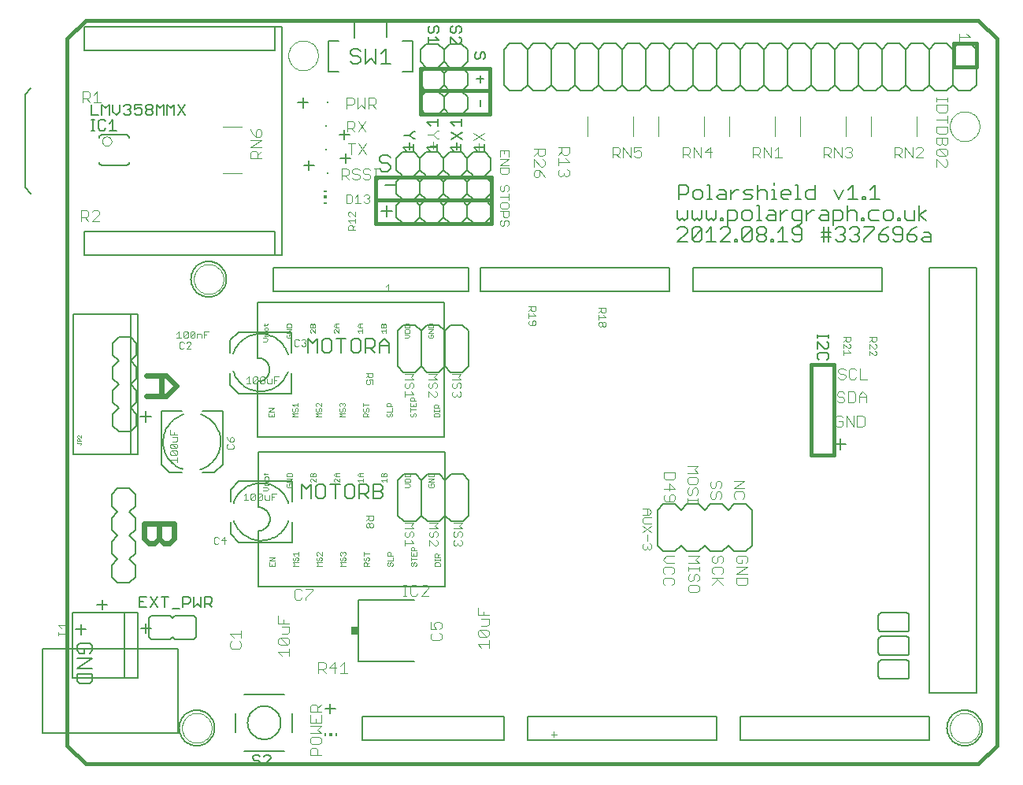
<source format=gto>
G75*
G70*
%OFA0B0*%
%FSLAX24Y24*%
%IPPOS*%
%LPD*%
%AMOC8*
5,1,8,0,0,1.08239X$1,22.5*
%
%ADD10C,0.0060*%
%ADD11C,0.0030*%
%ADD12C,0.0160*%
%ADD13C,0.0040*%
%ADD14C,0.0050*%
%ADD15C,0.0000*%
%ADD16C,0.0230*%
%ADD17R,0.0118X0.0059*%
%ADD18R,0.0118X0.0118*%
%ADD19C,0.0080*%
%ADD20C,0.0020*%
%ADD21R,0.0079X0.0079*%
%ADD22C,0.0010*%
%ADD23R,0.0059X0.0118*%
%ADD24R,0.0300X0.0340*%
D10*
X002452Y006589D02*
X002879Y006589D01*
X002985Y006696D01*
X002985Y007016D01*
X002345Y007016D01*
X002345Y006696D01*
X002452Y006589D01*
X002345Y007233D02*
X002985Y007233D01*
X002985Y007660D02*
X002345Y007233D01*
X002345Y007660D02*
X002985Y007660D01*
X002879Y007878D02*
X002985Y007985D01*
X002985Y008198D01*
X002879Y008305D01*
X002452Y008305D01*
X002345Y008198D01*
X002345Y007985D01*
X002452Y007878D01*
X002665Y007878D01*
X002665Y008091D01*
X002508Y008672D02*
X002508Y009099D01*
X002295Y008885D02*
X002722Y008885D01*
X003408Y009722D02*
X003408Y010149D01*
X003195Y009935D02*
X003622Y009935D01*
X005045Y008935D02*
X005472Y008935D01*
X005258Y008722D02*
X005258Y009149D01*
X005386Y009375D02*
X005386Y008575D01*
X005486Y008475D01*
X006286Y008475D01*
X006386Y008575D01*
X006486Y008475D01*
X007286Y008475D01*
X007386Y008575D01*
X007386Y009375D01*
X007286Y009475D01*
X006486Y009475D01*
X006386Y009375D01*
X006286Y009475D01*
X005486Y009475D01*
X005386Y009375D01*
X010012Y010713D02*
X017912Y010713D01*
X017912Y016413D01*
X010012Y016413D01*
X010012Y014063D01*
X010056Y014061D01*
X010099Y014055D01*
X010141Y014046D01*
X010183Y014033D01*
X010223Y014016D01*
X010262Y013996D01*
X010299Y013973D01*
X010333Y013946D01*
X010366Y013917D01*
X010395Y013884D01*
X010422Y013850D01*
X010445Y013813D01*
X010465Y013774D01*
X010482Y013734D01*
X010495Y013692D01*
X010504Y013650D01*
X010510Y013607D01*
X010512Y013563D01*
X010510Y013519D01*
X010504Y013476D01*
X010495Y013434D01*
X010482Y013392D01*
X010465Y013352D01*
X010445Y013313D01*
X010422Y013276D01*
X010395Y013242D01*
X010366Y013209D01*
X010333Y013180D01*
X010299Y013153D01*
X010262Y013130D01*
X010223Y013110D01*
X010183Y013093D01*
X010141Y013080D01*
X010099Y013071D01*
X010056Y013065D01*
X010012Y013063D01*
X010012Y010713D01*
X013058Y005749D02*
X013058Y005322D01*
X012845Y005535D02*
X013272Y005535D01*
X016181Y013457D02*
X015931Y013707D01*
X015931Y015207D01*
X016181Y015457D01*
X016681Y015457D01*
X016931Y015207D01*
X016931Y013707D01*
X017181Y013457D01*
X017681Y013457D01*
X017931Y013707D01*
X018181Y013457D01*
X018681Y013457D01*
X018931Y013707D01*
X018931Y015207D01*
X018681Y015457D01*
X018181Y015457D01*
X017931Y015207D01*
X017931Y013707D01*
X016931Y013707D02*
X016681Y013457D01*
X016181Y013457D01*
X016931Y015207D02*
X017181Y015457D01*
X017681Y015457D01*
X017931Y015207D01*
X017893Y017032D02*
X009993Y017032D01*
X009993Y019382D01*
X010037Y019384D01*
X010080Y019390D01*
X010122Y019399D01*
X010164Y019412D01*
X010204Y019429D01*
X010243Y019449D01*
X010280Y019472D01*
X010314Y019499D01*
X010347Y019528D01*
X010376Y019561D01*
X010403Y019595D01*
X010426Y019632D01*
X010446Y019671D01*
X010463Y019711D01*
X010476Y019753D01*
X010485Y019795D01*
X010491Y019838D01*
X010493Y019882D01*
X010491Y019926D01*
X010485Y019969D01*
X010476Y020011D01*
X010463Y020053D01*
X010446Y020093D01*
X010426Y020132D01*
X010403Y020169D01*
X010376Y020203D01*
X010347Y020236D01*
X010314Y020265D01*
X010280Y020292D01*
X010243Y020315D01*
X010204Y020335D01*
X010164Y020352D01*
X010122Y020365D01*
X010080Y020374D01*
X010037Y020380D01*
X009993Y020382D01*
X009993Y022732D01*
X017893Y022732D01*
X017893Y017032D01*
X017661Y019775D02*
X017161Y019775D01*
X016911Y020025D01*
X016911Y021525D01*
X017161Y021775D01*
X017661Y021775D01*
X017911Y021525D01*
X018161Y021775D01*
X018661Y021775D01*
X018911Y021525D01*
X018911Y020025D01*
X018661Y019775D01*
X018161Y019775D01*
X017911Y020025D01*
X017911Y021525D01*
X016911Y021525D02*
X016661Y021775D01*
X016161Y021775D01*
X015911Y021525D01*
X015911Y020025D01*
X016161Y019775D01*
X016661Y019775D01*
X016911Y020025D01*
X017661Y019775D02*
X017911Y020025D01*
X018115Y026085D02*
X018615Y026085D01*
X018865Y026335D01*
X018865Y026835D01*
X019115Y027085D01*
X018865Y027335D01*
X018865Y027835D01*
X019115Y028085D01*
X018865Y028335D01*
X018865Y028835D01*
X019115Y029085D01*
X019615Y029085D01*
X019865Y028835D01*
X019865Y028335D01*
X019615Y028085D01*
X019865Y027835D01*
X019865Y027335D01*
X019615Y027085D01*
X019865Y026835D01*
X019865Y026335D01*
X019615Y026085D01*
X019115Y026085D01*
X018865Y026335D01*
X018865Y026835D01*
X018615Y027085D01*
X018865Y027335D01*
X018865Y027835D01*
X018615Y028085D01*
X018865Y028335D01*
X018865Y028835D01*
X018615Y029085D01*
X018115Y029085D01*
X017865Y028835D01*
X017615Y029085D01*
X017115Y029085D01*
X016865Y028835D01*
X016865Y028335D01*
X017115Y028085D01*
X016865Y027835D01*
X016865Y027335D01*
X017115Y027085D01*
X016865Y026835D01*
X016865Y026335D01*
X017115Y026085D01*
X017615Y026085D01*
X017865Y026335D01*
X017865Y026835D01*
X017615Y027085D01*
X017865Y027335D01*
X017865Y027835D01*
X017615Y028085D01*
X017865Y028335D01*
X017865Y028835D01*
X017865Y028335D01*
X018115Y028085D01*
X017865Y027835D01*
X017865Y027335D01*
X018115Y027085D01*
X017865Y026835D01*
X017865Y026335D01*
X018115Y026085D01*
X016865Y026335D02*
X016615Y026085D01*
X016115Y026085D01*
X015865Y026335D01*
X015865Y026835D01*
X016115Y027085D01*
X015865Y027335D01*
X015865Y027835D01*
X016115Y028085D01*
X015865Y028335D01*
X015865Y028835D01*
X016115Y029085D01*
X016615Y029085D01*
X016865Y028835D01*
X016865Y028335D01*
X016615Y028085D01*
X016865Y027835D01*
X016865Y027335D01*
X016615Y027085D01*
X016865Y026835D01*
X016865Y026335D01*
X015694Y026588D02*
X015227Y026588D01*
X015461Y026822D02*
X015461Y026355D01*
X015392Y027698D02*
X015819Y027698D01*
X015485Y028269D02*
X015251Y028269D01*
X015134Y028385D01*
X015251Y028619D02*
X015134Y028736D01*
X015134Y028852D01*
X015251Y028969D01*
X015485Y028969D01*
X015601Y028852D01*
X015485Y028619D02*
X015601Y028502D01*
X015601Y028385D01*
X015485Y028269D01*
X015485Y028619D02*
X015251Y028619D01*
X013922Y028835D02*
X013495Y028835D01*
X013708Y029049D02*
X013708Y028622D01*
X013658Y029622D02*
X013658Y030049D01*
X013445Y029835D02*
X013872Y029835D01*
X012372Y028535D02*
X011945Y028535D01*
X012158Y028749D02*
X012158Y028322D01*
X011908Y030972D02*
X011908Y031399D01*
X011695Y031185D02*
X012122Y031185D01*
X013913Y032945D02*
X014019Y032839D01*
X014233Y032839D01*
X014340Y032945D01*
X014340Y033052D01*
X014233Y033159D01*
X014019Y033159D01*
X013913Y033266D01*
X013913Y033372D01*
X014019Y033479D01*
X014233Y033479D01*
X014340Y033372D01*
X014557Y033479D02*
X014557Y032839D01*
X014771Y033052D01*
X014984Y032839D01*
X014984Y033479D01*
X015202Y033266D02*
X015415Y033479D01*
X015415Y032839D01*
X015202Y032839D02*
X015629Y032839D01*
X016881Y032932D02*
X017131Y032682D01*
X016881Y032432D01*
X016881Y031932D01*
X017131Y031682D01*
X016881Y031432D01*
X016881Y030932D01*
X017131Y030682D01*
X017631Y030682D01*
X017881Y030932D01*
X018131Y030682D01*
X018631Y030682D01*
X018881Y030932D01*
X018881Y031432D01*
X018631Y031682D01*
X018881Y031932D01*
X018881Y032432D01*
X018631Y032682D01*
X018881Y032932D01*
X018881Y033432D01*
X018631Y033682D01*
X018131Y033682D01*
X017881Y033432D01*
X017881Y032932D01*
X018131Y032682D01*
X017881Y032432D01*
X017881Y031932D01*
X018131Y031682D01*
X017881Y031432D01*
X017881Y030932D01*
X017881Y031432D01*
X017631Y031682D01*
X017881Y031932D01*
X017881Y032432D01*
X017631Y032682D01*
X017881Y032932D01*
X017881Y033432D01*
X017631Y033682D01*
X017131Y033682D01*
X016881Y033432D01*
X016881Y032932D01*
X017215Y033679D02*
X017215Y033972D01*
X017215Y033825D02*
X017656Y033825D01*
X017509Y033972D01*
X017582Y034139D02*
X017656Y034212D01*
X017656Y034359D01*
X017582Y034432D01*
X017509Y034432D01*
X017436Y034359D01*
X017436Y034212D01*
X017362Y034139D01*
X017289Y034139D01*
X017215Y034212D01*
X017215Y034359D01*
X017289Y034432D01*
X018160Y034359D02*
X018160Y034212D01*
X018234Y034139D01*
X018307Y034139D01*
X018380Y034212D01*
X018380Y034359D01*
X018454Y034432D01*
X018527Y034432D01*
X018601Y034359D01*
X018601Y034212D01*
X018527Y034139D01*
X018527Y033972D02*
X018601Y033899D01*
X018601Y033752D01*
X018527Y033679D01*
X018454Y033679D01*
X018160Y033972D01*
X018160Y033679D01*
X018160Y034359D02*
X018234Y034432D01*
X019257Y033319D02*
X019184Y033246D01*
X019184Y033099D01*
X019257Y033025D01*
X019331Y033025D01*
X019404Y033099D01*
X019404Y033246D01*
X019478Y033319D01*
X019551Y033319D01*
X019624Y033246D01*
X019624Y033099D01*
X019551Y033025D01*
X019404Y032335D02*
X019404Y032041D01*
X019551Y032188D02*
X019257Y032188D01*
X019404Y031311D02*
X019404Y031018D01*
X020415Y031935D02*
X020415Y033435D01*
X020665Y033685D01*
X021165Y033685D01*
X021415Y033435D01*
X021415Y031935D01*
X021165Y031685D01*
X020665Y031685D01*
X020415Y031935D01*
X021415Y031935D02*
X021665Y031685D01*
X022165Y031685D01*
X022415Y031935D01*
X022415Y033435D01*
X022665Y033685D01*
X023165Y033685D01*
X023415Y033435D01*
X023415Y031935D01*
X023165Y031685D01*
X022665Y031685D01*
X022415Y031935D01*
X023415Y031935D02*
X023665Y031685D01*
X024165Y031685D01*
X024415Y031935D01*
X024415Y033435D01*
X024665Y033685D01*
X025165Y033685D01*
X025415Y033435D01*
X025415Y031935D01*
X025165Y031685D01*
X024665Y031685D01*
X024415Y031935D01*
X025415Y031935D02*
X025665Y031685D01*
X026165Y031685D01*
X026415Y031935D01*
X026415Y033435D01*
X026665Y033685D01*
X027165Y033685D01*
X027415Y033435D01*
X027415Y031935D01*
X027165Y031685D01*
X026665Y031685D01*
X026415Y031935D01*
X027415Y031935D02*
X027665Y031685D01*
X028165Y031685D01*
X028415Y031935D01*
X028415Y033435D01*
X028665Y033685D01*
X029165Y033685D01*
X029415Y033435D01*
X029415Y031935D01*
X029165Y031685D01*
X028665Y031685D01*
X028415Y031935D01*
X029415Y031935D02*
X029665Y031685D01*
X030165Y031685D01*
X030415Y031935D01*
X030415Y033435D01*
X030665Y033685D01*
X031165Y033685D01*
X031415Y033435D01*
X031415Y031935D01*
X031165Y031685D01*
X030665Y031685D01*
X030415Y031935D01*
X031415Y031935D02*
X031665Y031685D01*
X032165Y031685D01*
X032415Y031935D01*
X032415Y033435D01*
X032665Y033685D01*
X033165Y033685D01*
X033415Y033435D01*
X033415Y031935D01*
X033165Y031685D01*
X032665Y031685D01*
X032415Y031935D01*
X033415Y031935D02*
X033665Y031685D01*
X034165Y031685D01*
X034415Y031935D01*
X034415Y033435D01*
X034165Y033685D01*
X033665Y033685D01*
X033415Y033435D01*
X034415Y033435D02*
X034665Y033685D01*
X035165Y033685D01*
X035415Y033435D01*
X035415Y031935D01*
X035165Y031685D01*
X034665Y031685D01*
X034415Y031935D01*
X035415Y031935D02*
X035665Y031685D01*
X036165Y031685D01*
X036415Y031935D01*
X036415Y033435D01*
X036165Y033685D01*
X035665Y033685D01*
X035415Y033435D01*
X036415Y033435D02*
X036665Y033685D01*
X037165Y033685D01*
X037415Y033435D01*
X037415Y031935D01*
X037165Y031685D01*
X036665Y031685D01*
X036415Y031935D01*
X037415Y031935D02*
X037665Y031685D01*
X038165Y031685D01*
X038415Y031935D01*
X038415Y033435D01*
X038165Y033685D01*
X037665Y033685D01*
X037415Y033435D01*
X038415Y033435D02*
X038665Y033685D01*
X039165Y033685D01*
X039415Y033435D01*
X039415Y031935D01*
X039165Y031685D01*
X038665Y031685D01*
X038415Y031935D01*
X039415Y031935D02*
X039665Y031685D01*
X040165Y031685D01*
X040415Y031935D01*
X040415Y033435D01*
X040165Y033685D01*
X039665Y033685D01*
X039415Y033435D01*
X032415Y033435D02*
X032165Y033685D01*
X031665Y033685D01*
X031415Y033435D01*
X030415Y033435D02*
X030165Y033685D01*
X029665Y033685D01*
X029415Y033435D01*
X028415Y033435D02*
X028165Y033685D01*
X027665Y033685D01*
X027415Y033435D01*
X026415Y033435D02*
X026165Y033685D01*
X025665Y033685D01*
X025415Y033435D01*
X024415Y033435D02*
X024165Y033685D01*
X023665Y033685D01*
X023415Y033435D01*
X022415Y033435D02*
X022165Y033685D01*
X021665Y033685D01*
X021415Y033435D01*
X004426Y029825D02*
X003403Y029825D01*
X003383Y029823D01*
X003363Y029819D01*
X003345Y029811D01*
X003328Y029801D01*
X003312Y029788D01*
X003299Y029772D01*
X003289Y029755D01*
X003281Y029737D01*
X003277Y029717D01*
X003275Y029697D01*
X003275Y028673D02*
X003277Y028653D01*
X003281Y028633D01*
X003289Y028615D01*
X003299Y028598D01*
X003312Y028582D01*
X003328Y028569D01*
X003345Y028559D01*
X003363Y028551D01*
X003383Y028547D01*
X003403Y028545D01*
X003403Y028546D02*
X004426Y028546D01*
X004426Y028545D02*
X004446Y028547D01*
X004466Y028551D01*
X004484Y028559D01*
X004501Y028569D01*
X004517Y028582D01*
X004530Y028598D01*
X004540Y028615D01*
X004548Y028633D01*
X004552Y028653D01*
X004554Y028673D01*
X004554Y029697D02*
X004552Y029717D01*
X004548Y029737D01*
X004540Y029755D01*
X004530Y029772D01*
X004517Y029788D01*
X004501Y029801D01*
X004484Y029811D01*
X004466Y029819D01*
X004446Y029823D01*
X004426Y029825D01*
X005241Y018121D02*
X005241Y017654D01*
X005474Y017887D02*
X005007Y017887D01*
X026915Y013935D02*
X026915Y012435D01*
X027165Y012185D01*
X027665Y012185D01*
X027915Y012435D01*
X028165Y012185D01*
X028665Y012185D01*
X028915Y012435D01*
X029165Y012185D01*
X029665Y012185D01*
X029915Y012435D01*
X030165Y012185D01*
X030665Y012185D01*
X030915Y012435D01*
X030915Y013935D01*
X030665Y014185D01*
X030165Y014185D01*
X029915Y013935D01*
X029665Y014185D01*
X029165Y014185D01*
X028915Y013935D01*
X028665Y014185D01*
X028165Y014185D01*
X027915Y013935D01*
X027665Y014185D01*
X027165Y014185D01*
X026915Y013935D01*
X034415Y016728D02*
X034882Y016728D01*
X034649Y016961D02*
X034649Y016494D01*
X036365Y009585D02*
X037465Y009585D01*
X037482Y009583D01*
X037499Y009579D01*
X037515Y009572D01*
X037529Y009562D01*
X037542Y009549D01*
X037552Y009535D01*
X037559Y009519D01*
X037563Y009502D01*
X037565Y009485D01*
X037565Y008885D01*
X037563Y008868D01*
X037559Y008851D01*
X037552Y008835D01*
X037542Y008821D01*
X037529Y008808D01*
X037515Y008798D01*
X037499Y008791D01*
X037482Y008787D01*
X037465Y008785D01*
X036365Y008785D01*
X036348Y008787D01*
X036331Y008791D01*
X036315Y008798D01*
X036301Y008808D01*
X036288Y008821D01*
X036278Y008835D01*
X036271Y008851D01*
X036267Y008868D01*
X036265Y008885D01*
X036265Y009485D01*
X036267Y009502D01*
X036271Y009519D01*
X036278Y009535D01*
X036288Y009549D01*
X036301Y009562D01*
X036315Y009572D01*
X036331Y009579D01*
X036348Y009583D01*
X036365Y009585D01*
X036365Y008585D02*
X037465Y008585D01*
X037482Y008583D01*
X037499Y008579D01*
X037515Y008572D01*
X037529Y008562D01*
X037542Y008549D01*
X037552Y008535D01*
X037559Y008519D01*
X037563Y008502D01*
X037565Y008485D01*
X037565Y007885D01*
X037563Y007868D01*
X037559Y007851D01*
X037552Y007835D01*
X037542Y007821D01*
X037529Y007808D01*
X037515Y007798D01*
X037499Y007791D01*
X037482Y007787D01*
X037465Y007785D01*
X036365Y007785D01*
X036348Y007787D01*
X036331Y007791D01*
X036315Y007798D01*
X036301Y007808D01*
X036288Y007821D01*
X036278Y007835D01*
X036271Y007851D01*
X036267Y007868D01*
X036265Y007885D01*
X036265Y008485D01*
X036267Y008502D01*
X036271Y008519D01*
X036278Y008535D01*
X036288Y008549D01*
X036301Y008562D01*
X036315Y008572D01*
X036331Y008579D01*
X036348Y008583D01*
X036365Y008585D01*
X036365Y007585D02*
X037465Y007585D01*
X037482Y007583D01*
X037499Y007579D01*
X037515Y007572D01*
X037529Y007562D01*
X037542Y007549D01*
X037552Y007535D01*
X037559Y007519D01*
X037563Y007502D01*
X037565Y007485D01*
X037565Y006885D01*
X037563Y006868D01*
X037559Y006851D01*
X037552Y006835D01*
X037542Y006821D01*
X037529Y006808D01*
X037515Y006798D01*
X037499Y006791D01*
X037482Y006787D01*
X037465Y006785D01*
X036365Y006785D01*
X036348Y006787D01*
X036331Y006791D01*
X036315Y006798D01*
X036301Y006808D01*
X036288Y006821D01*
X036278Y006835D01*
X036271Y006851D01*
X036267Y006868D01*
X036265Y006885D01*
X036265Y007485D01*
X036267Y007502D01*
X036271Y007519D01*
X036278Y007535D01*
X036288Y007549D01*
X036301Y007562D01*
X036315Y007572D01*
X036331Y007579D01*
X036348Y007583D01*
X036365Y007585D01*
D11*
X026660Y012335D02*
X026598Y012273D01*
X026537Y012273D01*
X026475Y012335D01*
X026413Y012273D01*
X026351Y012273D01*
X026290Y012335D01*
X026290Y012458D01*
X026351Y012520D01*
X026475Y012641D02*
X026475Y012888D01*
X026660Y013010D02*
X026290Y013257D01*
X026351Y013378D02*
X026660Y013378D01*
X026660Y013257D02*
X026290Y013010D01*
X026351Y013378D02*
X026290Y013440D01*
X026290Y013563D01*
X026351Y013625D01*
X026660Y013625D01*
X026537Y013746D02*
X026290Y013746D01*
X026475Y013746D02*
X026475Y013993D01*
X026537Y013993D02*
X026290Y013993D01*
X026537Y013993D02*
X026660Y013870D01*
X026537Y013746D01*
X026598Y012520D02*
X026660Y012458D01*
X026660Y012335D01*
X026475Y012335D02*
X026475Y012397D01*
X018639Y012484D02*
X018577Y012423D01*
X018515Y012423D01*
X018454Y012484D01*
X018392Y012423D01*
X018330Y012423D01*
X018269Y012484D01*
X018269Y012608D01*
X018330Y012669D01*
X018330Y012791D02*
X018269Y012853D01*
X018269Y012976D01*
X018330Y013038D01*
X018269Y013159D02*
X018639Y013159D01*
X018515Y013283D01*
X018639Y013406D01*
X018269Y013406D01*
X018515Y013038D02*
X018454Y012976D01*
X018454Y012853D01*
X018392Y012791D01*
X018330Y012791D01*
X018577Y012791D02*
X018639Y012853D01*
X018639Y012976D01*
X018577Y013038D01*
X018515Y013038D01*
X018577Y012669D02*
X018639Y012608D01*
X018639Y012484D01*
X018454Y012484D02*
X018454Y012546D01*
X017615Y012608D02*
X017554Y012669D01*
X017615Y012608D02*
X017615Y012484D01*
X017554Y012423D01*
X017492Y012423D01*
X017245Y012669D01*
X017245Y012423D01*
X017307Y012791D02*
X017245Y012853D01*
X017245Y012976D01*
X017307Y013038D01*
X017245Y013159D02*
X017615Y013159D01*
X017492Y013283D01*
X017615Y013406D01*
X017245Y013406D01*
X017492Y013038D02*
X017430Y012976D01*
X017430Y012853D01*
X017368Y012791D01*
X017307Y012791D01*
X017554Y012791D02*
X017615Y012853D01*
X017615Y012976D01*
X017554Y013038D01*
X017492Y013038D01*
X016592Y012976D02*
X016530Y013038D01*
X016468Y013038D01*
X016406Y012976D01*
X016406Y012853D01*
X016345Y012791D01*
X016283Y012791D01*
X016221Y012853D01*
X016221Y012976D01*
X016283Y013038D01*
X016221Y013159D02*
X016592Y013159D01*
X016468Y013283D01*
X016592Y013406D01*
X016221Y013406D01*
X016592Y012976D02*
X016592Y012853D01*
X016530Y012791D01*
X016468Y012669D02*
X016592Y012546D01*
X016221Y012546D01*
X016221Y012669D02*
X016221Y012423D01*
X014877Y013246D02*
X014828Y013198D01*
X014780Y013198D01*
X014732Y013246D01*
X014732Y013343D01*
X014780Y013391D01*
X014828Y013391D01*
X014877Y013343D01*
X014877Y013246D01*
X014732Y013246D02*
X014683Y013198D01*
X014635Y013198D01*
X014586Y013246D01*
X014586Y013343D01*
X014635Y013391D01*
X014683Y013391D01*
X014732Y013343D01*
X014732Y013493D02*
X014683Y013541D01*
X014683Y013686D01*
X014586Y013686D02*
X014877Y013686D01*
X014877Y013541D01*
X014828Y013493D01*
X014732Y013493D01*
X014683Y013589D02*
X014586Y013493D01*
X010775Y014649D02*
X010581Y014649D01*
X010581Y014359D01*
X010480Y014359D02*
X010480Y014553D01*
X010581Y014504D02*
X010678Y014504D01*
X010480Y014359D02*
X010335Y014359D01*
X010287Y014408D01*
X010287Y014553D01*
X010185Y014601D02*
X009992Y014408D01*
X010040Y014359D01*
X010137Y014359D01*
X010185Y014408D01*
X010185Y014601D01*
X010137Y014649D01*
X010040Y014649D01*
X009992Y014601D01*
X009992Y014408D01*
X009891Y014408D02*
X009842Y014359D01*
X009746Y014359D01*
X009697Y014408D01*
X009891Y014601D01*
X009891Y014408D01*
X009891Y014601D02*
X009842Y014649D01*
X009746Y014649D01*
X009697Y014601D01*
X009697Y014408D01*
X009596Y014359D02*
X009403Y014359D01*
X009499Y014359D02*
X009499Y014649D01*
X009403Y014553D01*
X008588Y012797D02*
X008442Y012652D01*
X008636Y012652D01*
X008588Y012507D02*
X008588Y012797D01*
X008341Y012749D02*
X008293Y012797D01*
X008196Y012797D01*
X008148Y012749D01*
X008148Y012555D01*
X008196Y012507D01*
X008293Y012507D01*
X008341Y012555D01*
X006588Y015963D02*
X006588Y016156D01*
X006588Y016060D02*
X006297Y016060D01*
X006394Y015963D01*
X006346Y016258D02*
X006297Y016306D01*
X006297Y016403D01*
X006346Y016451D01*
X006539Y016258D01*
X006588Y016306D01*
X006588Y016403D01*
X006539Y016451D01*
X006346Y016451D01*
X006346Y016552D02*
X006297Y016601D01*
X006297Y016697D01*
X006346Y016746D01*
X006539Y016552D01*
X006588Y016601D01*
X006588Y016697D01*
X006539Y016746D01*
X006346Y016746D01*
X006394Y016847D02*
X006539Y016847D01*
X006588Y016895D01*
X006588Y017040D01*
X006394Y017040D01*
X006442Y017141D02*
X006442Y017238D01*
X006297Y017141D02*
X006588Y017141D01*
X006297Y017141D02*
X006297Y017335D01*
X006346Y016552D02*
X006539Y016552D01*
X006539Y016258D02*
X006346Y016258D01*
X008682Y016581D02*
X008731Y016533D01*
X008924Y016533D01*
X008972Y016581D01*
X008972Y016678D01*
X008924Y016726D01*
X008924Y016827D02*
X008972Y016876D01*
X008972Y016973D01*
X008924Y017021D01*
X008876Y017021D01*
X008827Y016973D01*
X008827Y016827D01*
X008924Y016827D01*
X008827Y016827D02*
X008731Y016924D01*
X008682Y017021D01*
X008731Y016726D02*
X008682Y016678D01*
X008682Y016581D01*
X009505Y019300D02*
X009698Y019300D01*
X009601Y019300D02*
X009601Y019590D01*
X009505Y019493D01*
X009799Y019542D02*
X009799Y019348D01*
X009993Y019542D01*
X009993Y019348D01*
X009945Y019300D01*
X009848Y019300D01*
X009799Y019348D01*
X009799Y019542D02*
X009848Y019590D01*
X009945Y019590D01*
X009993Y019542D01*
X010094Y019542D02*
X010142Y019590D01*
X010239Y019590D01*
X010288Y019542D01*
X010094Y019348D01*
X010142Y019300D01*
X010239Y019300D01*
X010288Y019348D01*
X010288Y019542D01*
X010389Y019493D02*
X010389Y019348D01*
X010437Y019300D01*
X010582Y019300D01*
X010582Y019493D01*
X010683Y019445D02*
X010780Y019445D01*
X010683Y019300D02*
X010683Y019590D01*
X010877Y019590D01*
X010094Y019542D02*
X010094Y019348D01*
X011593Y020876D02*
X011690Y020876D01*
X011738Y020924D01*
X011840Y020924D02*
X011888Y020876D01*
X011985Y020876D01*
X012033Y020924D01*
X012033Y020973D01*
X011985Y021021D01*
X011936Y021021D01*
X011985Y021021D02*
X012033Y021069D01*
X012033Y021118D01*
X011985Y021166D01*
X011888Y021166D01*
X011840Y021118D01*
X011738Y021118D02*
X011690Y021166D01*
X011593Y021166D01*
X011545Y021118D01*
X011545Y020924D01*
X011593Y020876D01*
X014567Y019747D02*
X014858Y019747D01*
X014858Y019602D01*
X014809Y019553D01*
X014713Y019553D01*
X014664Y019602D01*
X014664Y019747D01*
X014664Y019650D02*
X014567Y019553D01*
X014616Y019452D02*
X014567Y019404D01*
X014567Y019307D01*
X014616Y019259D01*
X014713Y019259D01*
X014761Y019307D01*
X014761Y019355D01*
X014713Y019452D01*
X014858Y019452D01*
X014858Y019259D01*
X016221Y019275D02*
X016283Y019337D01*
X016221Y019275D02*
X016221Y019152D01*
X016283Y019090D01*
X016345Y019090D01*
X016406Y019152D01*
X016406Y019275D01*
X016468Y019337D01*
X016530Y019337D01*
X016592Y019275D01*
X016592Y019152D01*
X016530Y019090D01*
X016468Y018969D02*
X016592Y018845D01*
X016221Y018845D01*
X016221Y018722D02*
X016221Y018969D01*
X016221Y019458D02*
X016592Y019458D01*
X016468Y019582D01*
X016592Y019705D01*
X016221Y019705D01*
X017206Y019705D02*
X017576Y019705D01*
X017452Y019582D01*
X017576Y019458D01*
X017206Y019458D01*
X017267Y019337D02*
X017206Y019275D01*
X017206Y019152D01*
X017267Y019090D01*
X017329Y019090D01*
X017391Y019152D01*
X017391Y019275D01*
X017452Y019337D01*
X017514Y019337D01*
X017576Y019275D01*
X017576Y019152D01*
X017514Y019090D01*
X017514Y018969D02*
X017576Y018907D01*
X017576Y018784D01*
X017514Y018722D01*
X017452Y018722D01*
X017206Y018969D01*
X017206Y018722D01*
X018229Y018784D02*
X018291Y018722D01*
X018353Y018722D01*
X018414Y018784D01*
X018414Y018845D01*
X018414Y018784D02*
X018476Y018722D01*
X018538Y018722D01*
X018599Y018784D01*
X018599Y018907D01*
X018538Y018969D01*
X018538Y019090D02*
X018599Y019152D01*
X018599Y019275D01*
X018538Y019337D01*
X018476Y019337D01*
X018414Y019275D01*
X018414Y019152D01*
X018353Y019090D01*
X018291Y019090D01*
X018229Y019152D01*
X018229Y019275D01*
X018291Y019337D01*
X018229Y019458D02*
X018599Y019458D01*
X018476Y019582D01*
X018599Y019705D01*
X018229Y019705D01*
X018291Y018969D02*
X018229Y018907D01*
X018229Y018784D01*
X021463Y021818D02*
X021512Y021769D01*
X021705Y021769D01*
X021753Y021818D01*
X021753Y021915D01*
X021705Y021963D01*
X021657Y021963D01*
X021608Y021915D01*
X021608Y021769D01*
X021463Y021818D02*
X021463Y021915D01*
X021512Y021963D01*
X021463Y022064D02*
X021463Y022258D01*
X021463Y022161D02*
X021753Y022161D01*
X021657Y022258D01*
X021705Y022359D02*
X021608Y022359D01*
X021560Y022407D01*
X021560Y022552D01*
X021560Y022455D02*
X021463Y022359D01*
X021463Y022552D02*
X021753Y022552D01*
X021753Y022407D01*
X021705Y022359D01*
X024430Y022301D02*
X024527Y022398D01*
X024527Y022350D02*
X024527Y022495D01*
X024430Y022495D02*
X024720Y022495D01*
X024720Y022350D01*
X024672Y022301D01*
X024575Y022301D01*
X024527Y022350D01*
X024623Y022200D02*
X024720Y022104D01*
X024430Y022104D01*
X024430Y022200D02*
X024430Y022007D01*
X024478Y021906D02*
X024527Y021906D01*
X024575Y021857D01*
X024575Y021760D01*
X024527Y021712D01*
X024478Y021712D01*
X024430Y021760D01*
X024430Y021857D01*
X024478Y021906D01*
X024575Y021857D02*
X024623Y021906D01*
X024672Y021906D01*
X024720Y021857D01*
X024720Y021760D01*
X024672Y021712D01*
X024623Y021712D01*
X024575Y021760D01*
X020556Y025969D02*
X020618Y026031D01*
X020618Y026154D01*
X020556Y026216D01*
X020495Y026216D01*
X020433Y026154D01*
X020433Y026031D01*
X020371Y025969D01*
X020309Y025969D01*
X020248Y026031D01*
X020248Y026154D01*
X020309Y026216D01*
X020433Y026337D02*
X020371Y026399D01*
X020371Y026584D01*
X020248Y026584D02*
X020618Y026584D01*
X020618Y026399D01*
X020556Y026337D01*
X020433Y026337D01*
X020556Y026705D02*
X020618Y026767D01*
X020618Y026891D01*
X020556Y026952D01*
X020309Y026952D01*
X020248Y026891D01*
X020248Y026767D01*
X020309Y026705D01*
X020556Y026705D01*
X020618Y027074D02*
X020618Y027321D01*
X020618Y027197D02*
X020248Y027197D01*
X020309Y027442D02*
X020248Y027504D01*
X020248Y027627D01*
X020309Y027689D01*
X020433Y027627D02*
X020433Y027504D01*
X020371Y027442D01*
X020309Y027442D01*
X020433Y027627D02*
X020495Y027689D01*
X020556Y027689D01*
X020618Y027627D01*
X020618Y027504D01*
X020556Y027442D01*
X020556Y028179D02*
X020618Y028240D01*
X020618Y028426D01*
X020248Y028426D01*
X020248Y028240D01*
X020309Y028179D01*
X020556Y028179D01*
X020618Y028547D02*
X020248Y028547D01*
X020618Y028794D01*
X020248Y028794D01*
X020248Y028915D02*
X020248Y029162D01*
X020618Y029162D01*
X020618Y028915D01*
X020433Y029039D02*
X020433Y029162D01*
X014119Y026576D02*
X014119Y026382D01*
X013925Y026576D01*
X013877Y026576D01*
X013829Y026528D01*
X013829Y026431D01*
X013877Y026382D01*
X013829Y026185D02*
X014119Y026185D01*
X014119Y026281D02*
X014119Y026088D01*
X014119Y025987D02*
X014022Y025890D01*
X014022Y025938D02*
X014022Y025793D01*
X014119Y025793D02*
X013829Y025793D01*
X013829Y025938D01*
X013877Y025987D01*
X013974Y025987D01*
X014022Y025938D01*
X013925Y026088D02*
X013829Y026185D01*
X015527Y023490D02*
X015527Y023200D01*
X015623Y023200D02*
X015430Y023200D01*
X015430Y023393D02*
X015527Y023490D01*
X007921Y021509D02*
X007728Y021509D01*
X007728Y021219D01*
X007627Y021219D02*
X007627Y021364D01*
X007579Y021413D01*
X007433Y021413D01*
X007433Y021219D01*
X007332Y021268D02*
X007284Y021219D01*
X007187Y021219D01*
X007139Y021268D01*
X007332Y021461D01*
X007332Y021268D01*
X007332Y021461D02*
X007284Y021509D01*
X007187Y021509D01*
X007139Y021461D01*
X007139Y021268D01*
X007038Y021268D02*
X006989Y021219D01*
X006892Y021219D01*
X006844Y021268D01*
X007038Y021461D01*
X007038Y021268D01*
X007038Y021461D02*
X006989Y021509D01*
X006892Y021509D01*
X006844Y021461D01*
X006844Y021268D01*
X006743Y021219D02*
X006549Y021219D01*
X006646Y021219D02*
X006646Y021509D01*
X006549Y021413D01*
X006723Y021059D02*
X006674Y021011D01*
X006674Y020818D01*
X006723Y020769D01*
X006820Y020769D01*
X006868Y020818D01*
X006969Y020769D02*
X007163Y020963D01*
X007163Y021011D01*
X007114Y021059D01*
X007017Y021059D01*
X006969Y021011D01*
X006868Y021011D02*
X006820Y021059D01*
X006723Y021059D01*
X006969Y020769D02*
X007163Y020769D01*
X007728Y021364D02*
X007825Y021364D01*
X022527Y004572D02*
X022527Y004325D01*
X022404Y004448D02*
X022651Y004448D01*
X034779Y020493D02*
X034779Y020687D01*
X034779Y020590D02*
X035069Y020590D01*
X034973Y020687D01*
X034973Y020788D02*
X035021Y020788D01*
X035069Y020836D01*
X035069Y020933D01*
X035021Y020982D01*
X035021Y021083D02*
X034924Y021083D01*
X034876Y021131D01*
X034876Y021276D01*
X034876Y021179D02*
X034779Y021083D01*
X034779Y020982D02*
X034973Y020788D01*
X034779Y020788D02*
X034779Y020982D01*
X035021Y021083D02*
X035069Y021131D01*
X035069Y021276D01*
X034779Y021276D01*
X035887Y021267D02*
X036178Y021267D01*
X036178Y021122D01*
X036129Y021074D01*
X036033Y021074D01*
X035984Y021122D01*
X035984Y021267D01*
X035984Y021171D02*
X035887Y021074D01*
X035887Y020973D02*
X036081Y020779D01*
X036129Y020779D01*
X036178Y020828D01*
X036178Y020924D01*
X036129Y020973D01*
X035887Y020973D02*
X035887Y020779D01*
X035887Y020678D02*
X036081Y020485D01*
X036129Y020485D01*
X036178Y020533D01*
X036178Y020630D01*
X036129Y020678D01*
X035887Y020678D02*
X035887Y020485D01*
D12*
X040498Y003185D02*
X002702Y003185D01*
X001915Y003972D01*
X001915Y033894D01*
X002702Y034681D01*
X040498Y034681D01*
X041285Y033894D01*
X041285Y003972D01*
X040498Y003185D01*
X034395Y016256D02*
X033411Y016256D01*
X033411Y020114D01*
X034395Y020114D01*
X034395Y016256D01*
X019893Y026077D02*
X019893Y027061D01*
X014971Y027061D01*
X014971Y026077D01*
X019893Y026077D01*
X019893Y027061D02*
X019893Y028046D01*
X014971Y028046D01*
X014971Y027061D01*
X016870Y030711D02*
X016870Y031696D01*
X016870Y032640D01*
X019823Y032640D01*
X019823Y031696D01*
X019823Y030711D01*
X016870Y030711D01*
X016870Y031696D02*
X019823Y031696D01*
X039435Y032712D02*
X039435Y033697D01*
X040419Y033697D01*
X040419Y032712D01*
X039435Y032712D01*
D13*
X039691Y033803D02*
X039691Y034110D01*
X039691Y033956D02*
X040151Y033956D01*
X039998Y034110D01*
X039191Y031393D02*
X039191Y031240D01*
X039191Y031317D02*
X038730Y031317D01*
X038730Y031393D02*
X038730Y031240D01*
X038730Y031086D02*
X038730Y030856D01*
X038807Y030779D01*
X039114Y030779D01*
X039191Y030856D01*
X039191Y031086D01*
X038730Y031086D01*
X038730Y030473D02*
X039191Y030473D01*
X039191Y030626D02*
X039191Y030319D01*
X039191Y030166D02*
X039191Y029935D01*
X039114Y029859D01*
X038807Y029859D01*
X038730Y029935D01*
X038730Y030166D01*
X039191Y030166D01*
X039191Y029705D02*
X038730Y029705D01*
X038730Y029475D01*
X038807Y029398D01*
X038884Y029398D01*
X038960Y029475D01*
X038960Y029705D01*
X038960Y029475D02*
X039037Y029398D01*
X039114Y029398D01*
X039191Y029475D01*
X039191Y029705D01*
X039114Y029245D02*
X039191Y029168D01*
X039191Y029015D01*
X039114Y028938D01*
X038807Y029245D01*
X038730Y029168D01*
X038730Y029015D01*
X038807Y028938D01*
X039114Y028938D01*
X039114Y028785D02*
X039191Y028708D01*
X039191Y028554D01*
X039114Y028478D01*
X039037Y028478D01*
X038730Y028785D01*
X038730Y028478D01*
X038163Y028855D02*
X037856Y028855D01*
X038163Y029162D01*
X038163Y029239D01*
X038086Y029315D01*
X037932Y029315D01*
X037856Y029239D01*
X037702Y029315D02*
X037702Y028855D01*
X037395Y029315D01*
X037395Y028855D01*
X037242Y028855D02*
X037088Y029008D01*
X037165Y029008D02*
X036935Y029008D01*
X036935Y028855D02*
X036935Y029315D01*
X037165Y029315D01*
X037242Y029239D01*
X037242Y029085D01*
X037165Y029008D01*
X037889Y029771D02*
X037889Y030598D01*
X038807Y029245D02*
X039114Y029245D01*
X035941Y029771D02*
X035941Y030598D01*
X034889Y030598D02*
X034889Y029771D01*
X034932Y029315D02*
X035086Y029315D01*
X035163Y029239D01*
X035163Y029162D01*
X035086Y029085D01*
X035163Y029008D01*
X035163Y028932D01*
X035086Y028855D01*
X034932Y028855D01*
X034856Y028932D01*
X034702Y028855D02*
X034702Y029315D01*
X034856Y029239D02*
X034932Y029315D01*
X035009Y029085D02*
X035086Y029085D01*
X034702Y028855D02*
X034395Y029315D01*
X034395Y028855D01*
X034242Y028855D02*
X034088Y029008D01*
X034165Y029008D02*
X033935Y029008D01*
X033935Y028855D02*
X033935Y029315D01*
X034165Y029315D01*
X034242Y029239D01*
X034242Y029085D01*
X034165Y029008D01*
X032941Y029771D02*
X032941Y030598D01*
X031889Y030598D02*
X031889Y029771D01*
X032028Y029315D02*
X031875Y029162D01*
X032028Y029315D02*
X032028Y028855D01*
X031875Y028855D02*
X032181Y028855D01*
X031721Y028855D02*
X031721Y029315D01*
X031414Y029315D02*
X031414Y028855D01*
X031261Y028855D02*
X031107Y029008D01*
X031184Y029008D02*
X030954Y029008D01*
X030954Y028855D02*
X030954Y029315D01*
X031184Y029315D01*
X031261Y029239D01*
X031261Y029085D01*
X031184Y029008D01*
X031414Y029315D02*
X031721Y028855D01*
X029941Y029771D02*
X029941Y030598D01*
X028889Y030598D02*
X028889Y029771D01*
X028752Y029315D02*
X028752Y028855D01*
X028445Y029315D01*
X028445Y028855D01*
X028292Y028855D02*
X028138Y029008D01*
X028215Y029008D02*
X027985Y029008D01*
X027985Y028855D02*
X027985Y029315D01*
X028215Y029315D01*
X028292Y029239D01*
X028292Y029085D01*
X028215Y029008D01*
X028906Y029085D02*
X029213Y029085D01*
X029136Y028855D02*
X029136Y029315D01*
X028906Y029085D01*
X026941Y029771D02*
X026941Y030598D01*
X025889Y030598D02*
X025889Y029771D01*
X025925Y029315D02*
X025925Y029085D01*
X026078Y029162D01*
X026155Y029162D01*
X026231Y029085D01*
X026231Y028932D01*
X026155Y028855D01*
X026001Y028855D01*
X025925Y028932D01*
X025771Y028855D02*
X025771Y029315D01*
X025925Y029315D02*
X026231Y029315D01*
X025771Y028855D02*
X025464Y029315D01*
X025464Y028855D01*
X025311Y028855D02*
X025157Y029008D01*
X025234Y029008D02*
X025004Y029008D01*
X025004Y028855D02*
X025004Y029315D01*
X025234Y029315D01*
X025311Y029239D01*
X025311Y029085D01*
X025234Y029008D01*
X023941Y029771D02*
X023941Y030598D01*
X023173Y029284D02*
X022713Y029284D01*
X022866Y029284D02*
X022866Y029054D01*
X022943Y028977D01*
X023097Y028977D01*
X023173Y029054D01*
X023173Y029284D01*
X022866Y029130D02*
X022713Y028977D01*
X022713Y028823D02*
X022713Y028517D01*
X022713Y028670D02*
X023173Y028670D01*
X023020Y028823D01*
X023097Y028363D02*
X023173Y028286D01*
X023173Y028133D01*
X023097Y028056D01*
X023020Y028056D01*
X022943Y028133D01*
X022866Y028056D01*
X022790Y028056D01*
X022713Y028133D01*
X022713Y028286D01*
X022790Y028363D01*
X022943Y028210D02*
X022943Y028133D01*
X022142Y028017D02*
X022065Y028170D01*
X021912Y028324D01*
X021912Y028094D01*
X021835Y028017D01*
X021758Y028017D01*
X021681Y028094D01*
X021681Y028247D01*
X021758Y028324D01*
X021912Y028324D01*
X021988Y028477D02*
X022065Y028477D01*
X022142Y028554D01*
X022142Y028707D01*
X022065Y028784D01*
X022065Y028938D02*
X021912Y028938D01*
X021835Y029014D01*
X021835Y029244D01*
X021835Y029091D02*
X021681Y028938D01*
X021681Y028784D02*
X021988Y028477D01*
X021681Y028477D02*
X021681Y028784D01*
X022065Y028938D02*
X022142Y029014D01*
X022142Y029244D01*
X021681Y029244D01*
X019585Y029608D02*
X019125Y029915D01*
X019125Y029608D02*
X019585Y029915D01*
X019355Y029455D02*
X019355Y029148D01*
X019202Y029301D02*
X019509Y029301D01*
X017656Y029680D02*
X017580Y029680D01*
X017426Y029833D01*
X017196Y029833D01*
X017426Y029833D02*
X017580Y029987D01*
X017656Y029987D01*
X017426Y029526D02*
X017426Y029219D01*
X017580Y029373D02*
X017273Y029373D01*
X015070Y028396D02*
X014917Y028396D01*
X014994Y028396D02*
X014994Y027936D01*
X015070Y027936D02*
X014917Y027936D01*
X014763Y028013D02*
X014687Y027936D01*
X014533Y027936D01*
X014456Y028013D01*
X014303Y028013D02*
X014226Y027936D01*
X014073Y027936D01*
X013996Y028013D01*
X014073Y028166D02*
X014226Y028166D01*
X014303Y028089D01*
X014303Y028013D01*
X014456Y028243D02*
X014456Y028320D01*
X014533Y028396D01*
X014687Y028396D01*
X014763Y028320D01*
X014687Y028166D02*
X014763Y028089D01*
X014763Y028013D01*
X014687Y028166D02*
X014533Y028166D01*
X014456Y028243D01*
X014303Y028320D02*
X014226Y028396D01*
X014073Y028396D01*
X013996Y028320D01*
X013996Y028243D01*
X014073Y028166D01*
X013843Y028166D02*
X013843Y028320D01*
X013766Y028396D01*
X013536Y028396D01*
X013536Y027936D01*
X013536Y028089D02*
X013766Y028089D01*
X013843Y028166D01*
X013689Y028089D02*
X013843Y027936D01*
X013925Y027297D02*
X013745Y027297D01*
X013745Y026937D01*
X013925Y026937D01*
X013985Y026997D01*
X013985Y027237D01*
X013925Y027297D01*
X014113Y027177D02*
X014233Y027297D01*
X014233Y026937D01*
X014113Y026937D02*
X014354Y026937D01*
X014482Y026997D02*
X014542Y026937D01*
X014662Y026937D01*
X014722Y026997D01*
X014722Y027057D01*
X014662Y027117D01*
X014602Y027117D01*
X014662Y027117D02*
X014722Y027177D01*
X014722Y027237D01*
X014662Y027297D01*
X014542Y027297D01*
X014482Y027237D01*
X014570Y029002D02*
X014263Y029462D01*
X014110Y029462D02*
X013803Y029462D01*
X013956Y029462D02*
X013956Y029002D01*
X014263Y029002D02*
X014570Y029462D01*
X014556Y029956D02*
X014249Y030416D01*
X014096Y030339D02*
X014019Y030416D01*
X013789Y030416D01*
X013789Y029956D01*
X013789Y030109D02*
X014019Y030109D01*
X014096Y030186D01*
X014096Y030339D01*
X013942Y030109D02*
X014096Y029956D01*
X014249Y029956D02*
X014556Y030416D01*
X014531Y030948D02*
X014531Y031408D01*
X014684Y031408D02*
X014914Y031408D01*
X014991Y031331D01*
X014991Y031178D01*
X014914Y031101D01*
X014684Y031101D01*
X014684Y030948D02*
X014684Y031408D01*
X014837Y031101D02*
X014991Y030948D01*
X014531Y030948D02*
X014377Y031101D01*
X014224Y030948D01*
X014224Y031408D01*
X014070Y031331D02*
X014070Y031178D01*
X013993Y031101D01*
X013763Y031101D01*
X013763Y030948D02*
X013763Y031408D01*
X013993Y031408D01*
X014070Y031331D01*
X010145Y029975D02*
X010068Y030051D01*
X009992Y030051D01*
X009915Y029975D01*
X009915Y029744D01*
X010068Y029744D01*
X010145Y029821D01*
X010145Y029975D01*
X009915Y029744D02*
X009761Y029898D01*
X009685Y030051D01*
X009328Y030159D02*
X008502Y030159D01*
X009685Y029591D02*
X010145Y029591D01*
X009685Y029284D01*
X010145Y029284D01*
X010145Y029131D02*
X009992Y028977D01*
X009992Y029054D02*
X009992Y028824D01*
X010145Y028824D02*
X009685Y028824D01*
X009685Y029054D01*
X009761Y029131D01*
X009915Y029131D01*
X009992Y029054D01*
X009328Y028210D02*
X008502Y028210D01*
X003293Y026557D02*
X003293Y026480D01*
X002986Y026173D01*
X003293Y026173D01*
X003293Y026557D02*
X003217Y026633D01*
X003063Y026633D01*
X002986Y026557D01*
X002833Y026557D02*
X002833Y026403D01*
X002756Y026326D01*
X002526Y026326D01*
X002526Y026173D02*
X002526Y026633D01*
X002756Y026633D01*
X002833Y026557D01*
X002679Y026326D02*
X002833Y026173D01*
X002892Y031205D02*
X002738Y031358D01*
X002815Y031358D02*
X002585Y031358D01*
X002585Y031205D02*
X002585Y031665D01*
X002815Y031665D01*
X002892Y031589D01*
X002892Y031435D01*
X002815Y031358D01*
X003045Y031205D02*
X003352Y031205D01*
X003199Y031205D02*
X003199Y031665D01*
X003045Y031512D01*
X027184Y015537D02*
X027184Y015307D01*
X027261Y015230D01*
X027568Y015230D01*
X027644Y015307D01*
X027644Y015537D01*
X027184Y015537D01*
X027414Y015077D02*
X027414Y014770D01*
X027491Y014616D02*
X027414Y014540D01*
X027414Y014310D01*
X027261Y014310D02*
X027568Y014310D01*
X027644Y014386D01*
X027644Y014540D01*
X027568Y014616D01*
X027491Y014616D01*
X027261Y014616D02*
X027184Y014540D01*
X027184Y014386D01*
X027261Y014310D01*
X027184Y014847D02*
X027644Y014847D01*
X027414Y015077D01*
X028168Y015119D02*
X028168Y015273D01*
X028245Y015349D01*
X028552Y015349D01*
X028629Y015273D01*
X028629Y015119D01*
X028552Y015042D01*
X028245Y015042D01*
X028168Y015119D01*
X028245Y014889D02*
X028168Y014812D01*
X028168Y014659D01*
X028245Y014582D01*
X028322Y014582D01*
X028399Y014659D01*
X028399Y014812D01*
X028475Y014889D01*
X028552Y014889D01*
X028629Y014812D01*
X028629Y014659D01*
X028552Y014582D01*
X028629Y014429D02*
X028629Y014275D01*
X028629Y014352D02*
X028168Y014352D01*
X028168Y014429D02*
X028168Y014275D01*
X029153Y014492D02*
X029153Y014646D01*
X029229Y014722D01*
X029229Y014876D02*
X029153Y014953D01*
X029153Y015106D01*
X029229Y015183D01*
X029383Y015106D02*
X029383Y014953D01*
X029306Y014876D01*
X029229Y014876D01*
X029383Y015106D02*
X029459Y015183D01*
X029536Y015183D01*
X029613Y015106D01*
X029613Y014953D01*
X029536Y014876D01*
X029536Y014722D02*
X029459Y014722D01*
X029383Y014646D01*
X029383Y014492D01*
X029306Y014416D01*
X029229Y014416D01*
X029153Y014492D01*
X029536Y014416D02*
X029613Y014492D01*
X029613Y014646D01*
X029536Y014722D01*
X030137Y014646D02*
X030137Y014492D01*
X030214Y014416D01*
X030137Y014646D02*
X030214Y014722D01*
X030520Y014722D01*
X030597Y014646D01*
X030597Y014492D01*
X030520Y014416D01*
X030597Y014876D02*
X030137Y014876D01*
X030597Y015183D01*
X030137Y015183D01*
X028629Y015503D02*
X028168Y015503D01*
X028168Y015810D02*
X028629Y015810D01*
X028475Y015656D01*
X028629Y015503D01*
X028668Y011994D02*
X028515Y011840D01*
X028668Y011687D01*
X028208Y011687D01*
X028208Y011533D02*
X028208Y011380D01*
X028208Y011457D02*
X028668Y011457D01*
X028668Y011533D02*
X028668Y011380D01*
X028591Y011227D02*
X028515Y011227D01*
X028438Y011150D01*
X028438Y010996D01*
X028361Y010920D01*
X028284Y010920D01*
X028208Y010996D01*
X028208Y011150D01*
X028284Y011227D01*
X028591Y011227D02*
X028668Y011150D01*
X028668Y010996D01*
X028591Y010920D01*
X028591Y010766D02*
X028284Y010766D01*
X028208Y010690D01*
X028208Y010536D01*
X028284Y010459D01*
X028591Y010459D01*
X028668Y010536D01*
X028668Y010690D01*
X028591Y010766D01*
X029231Y010766D02*
X029461Y010996D01*
X029385Y011073D02*
X029692Y010766D01*
X029692Y011073D02*
X029231Y011073D01*
X029308Y011227D02*
X029231Y011303D01*
X029231Y011457D01*
X029308Y011533D01*
X029615Y011533D01*
X029692Y011457D01*
X029692Y011303D01*
X029615Y011227D01*
X030255Y011227D02*
X030715Y011227D01*
X030715Y011073D02*
X030715Y010843D01*
X030639Y010766D01*
X030332Y010766D01*
X030255Y010843D01*
X030255Y011073D01*
X030715Y011073D01*
X030715Y011533D02*
X030255Y011533D01*
X030332Y011687D02*
X030255Y011764D01*
X030255Y011917D01*
X030332Y011994D01*
X030639Y011994D01*
X030715Y011917D01*
X030715Y011764D01*
X030639Y011687D01*
X030485Y011687D02*
X030485Y011840D01*
X030485Y011687D02*
X030332Y011687D01*
X030715Y011533D02*
X030255Y011227D01*
X029692Y011764D02*
X029692Y011917D01*
X029615Y011994D01*
X029538Y011994D01*
X029461Y011917D01*
X029461Y011764D01*
X029385Y011687D01*
X029308Y011687D01*
X029231Y011764D01*
X029231Y011917D01*
X029308Y011994D01*
X029615Y011687D02*
X029692Y011764D01*
X028668Y011994D02*
X028208Y011994D01*
X027605Y011994D02*
X027298Y011994D01*
X027145Y011840D01*
X027298Y011687D01*
X027605Y011687D01*
X027528Y011533D02*
X027221Y011533D01*
X027145Y011457D01*
X027145Y011303D01*
X027221Y011227D01*
X027221Y011073D02*
X027145Y010996D01*
X027145Y010843D01*
X027221Y010766D01*
X027221Y011073D02*
X027528Y011073D01*
X027605Y010996D01*
X027605Y010843D01*
X027528Y010766D01*
X027528Y011227D02*
X027605Y011303D01*
X027605Y011457D01*
X027528Y011533D01*
X034445Y017546D02*
X034521Y017470D01*
X034675Y017470D01*
X034751Y017546D01*
X034751Y017700D01*
X034598Y017700D01*
X034445Y017853D02*
X034521Y017930D01*
X034675Y017930D01*
X034751Y017853D01*
X034905Y017930D02*
X035212Y017470D01*
X035212Y017930D01*
X035365Y017930D02*
X035365Y017470D01*
X035595Y017470D01*
X035672Y017546D01*
X035672Y017853D01*
X035595Y017930D01*
X035365Y017930D01*
X034905Y017930D02*
X034905Y017470D01*
X034445Y017546D02*
X034445Y017853D01*
X034600Y018493D02*
X034523Y018570D01*
X034600Y018493D02*
X034754Y018493D01*
X034830Y018570D01*
X034830Y018647D01*
X034754Y018724D01*
X034600Y018724D01*
X034523Y018800D01*
X034523Y018877D01*
X034600Y018954D01*
X034754Y018954D01*
X034830Y018877D01*
X034984Y018954D02*
X034984Y018493D01*
X035214Y018493D01*
X035291Y018570D01*
X035291Y018877D01*
X035214Y018954D01*
X034984Y018954D01*
X035444Y018800D02*
X035444Y018493D01*
X035444Y018724D02*
X035751Y018724D01*
X035751Y018800D02*
X035751Y018493D01*
X035751Y018800D02*
X035597Y018954D01*
X035444Y018800D01*
X035483Y019478D02*
X035790Y019478D01*
X035483Y019478D02*
X035483Y019938D01*
X035330Y019861D02*
X035253Y019938D01*
X035100Y019938D01*
X035023Y019861D01*
X035023Y019554D01*
X035100Y019478D01*
X035253Y019478D01*
X035330Y019554D01*
X034870Y019554D02*
X034793Y019478D01*
X034639Y019478D01*
X034563Y019554D01*
X034639Y019708D02*
X034793Y019708D01*
X034870Y019631D01*
X034870Y019554D01*
X034639Y019708D02*
X034563Y019785D01*
X034563Y019861D01*
X034639Y019938D01*
X034793Y019938D01*
X034870Y019861D01*
X019770Y009496D02*
X019309Y009496D01*
X019309Y009803D01*
X019540Y009649D02*
X019540Y009496D01*
X019463Y009342D02*
X019770Y009342D01*
X019770Y009112D01*
X019693Y009035D01*
X019463Y009035D01*
X019386Y008882D02*
X019693Y008575D01*
X019770Y008652D01*
X019770Y008805D01*
X019693Y008882D01*
X019386Y008882D01*
X019309Y008805D01*
X019309Y008652D01*
X019386Y008575D01*
X019693Y008575D01*
X019770Y008422D02*
X019770Y008115D01*
X019770Y008268D02*
X019309Y008268D01*
X019463Y008115D01*
X017770Y008506D02*
X017693Y008430D01*
X017386Y008430D01*
X017309Y008506D01*
X017309Y008660D01*
X017386Y008737D01*
X017309Y008890D02*
X017540Y008890D01*
X017463Y009043D01*
X017463Y009120D01*
X017540Y009197D01*
X017693Y009197D01*
X017770Y009120D01*
X017770Y008967D01*
X017693Y008890D01*
X017693Y008737D02*
X017770Y008660D01*
X017770Y008506D01*
X017309Y008890D02*
X017309Y009197D01*
X017217Y010316D02*
X016910Y010316D01*
X017217Y010622D01*
X017217Y010699D01*
X017140Y010776D01*
X016987Y010776D01*
X016910Y010699D01*
X016757Y010699D02*
X016680Y010776D01*
X016526Y010776D01*
X016450Y010699D01*
X016450Y010392D01*
X016526Y010316D01*
X016680Y010316D01*
X016757Y010392D01*
X016296Y010316D02*
X016143Y010316D01*
X016220Y010316D02*
X016220Y010776D01*
X016296Y010776D02*
X016143Y010776D01*
X012316Y010608D02*
X012316Y010531D01*
X012009Y010224D01*
X012009Y010148D01*
X011856Y010224D02*
X011779Y010148D01*
X011626Y010148D01*
X011549Y010224D01*
X011549Y010531D01*
X011626Y010608D01*
X011779Y010608D01*
X011856Y010531D01*
X012009Y010608D02*
X012316Y010608D01*
X011091Y009302D02*
X011091Y009149D01*
X011014Y008995D02*
X011321Y008995D01*
X011321Y008765D01*
X011245Y008688D01*
X011014Y008688D01*
X010938Y008535D02*
X011245Y008535D01*
X011321Y008458D01*
X011321Y008305D01*
X011245Y008228D01*
X010938Y008535D01*
X010861Y008458D01*
X010861Y008305D01*
X010938Y008228D01*
X011245Y008228D01*
X011321Y008074D02*
X011321Y007767D01*
X011321Y007921D02*
X010861Y007921D01*
X011014Y007767D01*
X012563Y007501D02*
X012563Y007040D01*
X012563Y007194D02*
X012793Y007194D01*
X012870Y007270D01*
X012870Y007424D01*
X012793Y007501D01*
X012563Y007501D01*
X012717Y007194D02*
X012870Y007040D01*
X013024Y007270D02*
X013331Y007270D01*
X013484Y007347D02*
X013637Y007501D01*
X013637Y007040D01*
X013484Y007040D02*
X013791Y007040D01*
X013254Y007040D02*
X013254Y007501D01*
X013024Y007270D01*
X012676Y005715D02*
X012523Y005562D01*
X012523Y005639D02*
X012523Y005409D01*
X012676Y005409D02*
X012216Y005409D01*
X012216Y005639D01*
X012293Y005715D01*
X012446Y005715D01*
X012523Y005639D01*
X012676Y005255D02*
X012676Y004948D01*
X012216Y004948D01*
X012216Y005255D01*
X012446Y005102D02*
X012446Y004948D01*
X012676Y004795D02*
X012216Y004795D01*
X012216Y004488D02*
X012676Y004488D01*
X012523Y004641D01*
X012676Y004795D01*
X012600Y004334D02*
X012293Y004334D01*
X012216Y004258D01*
X012216Y004104D01*
X012293Y004027D01*
X012600Y004027D01*
X012676Y004104D01*
X012676Y004258D01*
X012600Y004334D01*
X012446Y003874D02*
X012523Y003797D01*
X012523Y003567D01*
X012676Y003567D02*
X012216Y003567D01*
X012216Y003797D01*
X012293Y003874D01*
X012446Y003874D01*
X009205Y008082D02*
X009282Y008159D01*
X009282Y008313D01*
X009205Y008389D01*
X009282Y008543D02*
X009282Y008850D01*
X009282Y008696D02*
X008822Y008696D01*
X008975Y008543D01*
X008898Y008389D02*
X008822Y008313D01*
X008822Y008159D01*
X008898Y008082D01*
X009205Y008082D01*
X010861Y009149D02*
X010861Y009455D01*
X010861Y009149D02*
X011321Y009149D01*
X001996Y009079D02*
X001535Y009079D01*
X001689Y008925D01*
X001535Y008772D02*
X001535Y008618D01*
X001535Y008695D02*
X001919Y008695D01*
X001996Y008618D01*
X001996Y008542D01*
X001919Y008465D01*
X001996Y008925D02*
X001996Y009232D01*
D14*
X002146Y009602D02*
X002146Y006846D01*
X004350Y006846D01*
X004350Y009602D01*
X002146Y009602D01*
X000880Y008055D02*
X006628Y008055D01*
X006628Y004512D01*
X000880Y004512D01*
X000880Y008055D01*
X004350Y006846D02*
X004902Y006846D01*
X004902Y009602D01*
X004350Y009602D01*
X004992Y009826D02*
X005292Y009826D01*
X005452Y009826D02*
X005753Y010276D01*
X005913Y010276D02*
X006213Y010276D01*
X006063Y010276D02*
X006063Y009826D01*
X005753Y009826D02*
X005452Y010276D01*
X005292Y010276D02*
X004992Y010276D01*
X004992Y009826D01*
X004992Y010051D02*
X005142Y010051D01*
X006373Y009751D02*
X006673Y009751D01*
X006833Y009826D02*
X006833Y010276D01*
X007059Y010276D01*
X007134Y010201D01*
X007134Y010051D01*
X007059Y009976D01*
X006833Y009976D01*
X007294Y009826D02*
X007444Y009976D01*
X007594Y009826D01*
X007594Y010276D01*
X007754Y010276D02*
X007979Y010276D01*
X008054Y010201D01*
X008054Y010051D01*
X007979Y009976D01*
X007754Y009976D01*
X007904Y009976D02*
X008054Y009826D01*
X007754Y009826D02*
X007754Y010276D01*
X007294Y010276D02*
X007294Y009826D01*
X011849Y014437D02*
X011849Y015048D01*
X012053Y014844D01*
X012256Y015048D01*
X012256Y014437D01*
X012457Y014539D02*
X012558Y014437D01*
X012762Y014437D01*
X012864Y014539D01*
X012864Y014946D01*
X012762Y015048D01*
X012558Y015048D01*
X012457Y014946D01*
X012457Y014539D01*
X013064Y015048D02*
X013471Y015048D01*
X013268Y015048D02*
X013268Y014437D01*
X013672Y014539D02*
X013774Y014437D01*
X013977Y014437D01*
X014079Y014539D01*
X014079Y014946D01*
X013977Y015048D01*
X013774Y015048D01*
X013672Y014946D01*
X013672Y014539D01*
X014280Y014641D02*
X014585Y014641D01*
X014687Y014742D01*
X014687Y014946D01*
X014585Y015048D01*
X014280Y015048D01*
X014280Y014437D01*
X014483Y014641D02*
X014687Y014437D01*
X014888Y014437D02*
X015193Y014437D01*
X015295Y014539D01*
X015295Y014641D01*
X015193Y014742D01*
X014888Y014742D01*
X015193Y014742D02*
X015295Y014844D01*
X015295Y014946D01*
X015193Y015048D01*
X014888Y015048D01*
X014888Y014437D01*
X014948Y020587D02*
X014745Y020791D01*
X014847Y020791D02*
X014541Y020791D01*
X014541Y020587D02*
X014541Y021198D01*
X014847Y021198D01*
X014948Y021096D01*
X014948Y020892D01*
X014847Y020791D01*
X015149Y020892D02*
X015556Y020892D01*
X015556Y020994D02*
X015556Y020587D01*
X015149Y020587D02*
X015149Y020994D01*
X015353Y021198D01*
X015556Y020994D01*
X014341Y021096D02*
X014341Y020689D01*
X014239Y020587D01*
X014035Y020587D01*
X013934Y020689D01*
X013934Y021096D01*
X014035Y021198D01*
X014239Y021198D01*
X014341Y021096D01*
X013733Y021198D02*
X013326Y021198D01*
X013529Y021198D02*
X013529Y020587D01*
X013125Y020689D02*
X013125Y021096D01*
X013023Y021198D01*
X012820Y021198D01*
X012718Y021096D01*
X012718Y020689D01*
X012820Y020587D01*
X013023Y020587D01*
X013125Y020689D01*
X012517Y020587D02*
X012517Y021198D01*
X012314Y020994D01*
X012110Y021198D01*
X012110Y020587D01*
X010665Y023216D02*
X010665Y024216D01*
X018915Y024216D01*
X018915Y023216D01*
X010665Y023216D01*
X007165Y023716D02*
X007167Y023770D01*
X007173Y023824D01*
X007183Y023877D01*
X007196Y023930D01*
X007213Y023981D01*
X007234Y024031D01*
X007259Y024079D01*
X007287Y024126D01*
X007318Y024170D01*
X007352Y024212D01*
X007389Y024251D01*
X007429Y024288D01*
X007472Y024321D01*
X007517Y024352D01*
X007564Y024379D01*
X007612Y024402D01*
X007663Y024422D01*
X007714Y024439D01*
X007767Y024451D01*
X007820Y024460D01*
X007874Y024465D01*
X007929Y024466D01*
X007983Y024463D01*
X008036Y024456D01*
X008089Y024445D01*
X008142Y024431D01*
X008193Y024413D01*
X008242Y024391D01*
X008290Y024366D01*
X008336Y024337D01*
X008380Y024305D01*
X008421Y024270D01*
X008459Y024232D01*
X008495Y024191D01*
X008528Y024148D01*
X008558Y024103D01*
X008584Y024055D01*
X008607Y024006D01*
X008626Y023955D01*
X008641Y023904D01*
X008653Y023851D01*
X008661Y023797D01*
X008665Y023743D01*
X008665Y023689D01*
X008661Y023635D01*
X008653Y023581D01*
X008641Y023528D01*
X008626Y023477D01*
X008607Y023426D01*
X008584Y023377D01*
X008558Y023329D01*
X008528Y023284D01*
X008495Y023241D01*
X008459Y023200D01*
X008421Y023162D01*
X008380Y023127D01*
X008336Y023095D01*
X008290Y023066D01*
X008242Y023041D01*
X008193Y023019D01*
X008142Y023001D01*
X008089Y022987D01*
X008036Y022976D01*
X007983Y022969D01*
X007929Y022966D01*
X007874Y022967D01*
X007820Y022972D01*
X007767Y022981D01*
X007714Y022993D01*
X007663Y023010D01*
X007612Y023030D01*
X007564Y023053D01*
X007517Y023080D01*
X007472Y023111D01*
X007429Y023144D01*
X007389Y023181D01*
X007352Y023220D01*
X007318Y023262D01*
X007287Y023306D01*
X007259Y023353D01*
X007234Y023401D01*
X007213Y023451D01*
X007196Y023502D01*
X007183Y023555D01*
X007173Y023608D01*
X007167Y023662D01*
X007165Y023716D01*
X004007Y030010D02*
X003707Y030010D01*
X003857Y030010D02*
X003857Y030460D01*
X003707Y030310D01*
X003547Y030385D02*
X003472Y030460D01*
X003322Y030460D01*
X003247Y030385D01*
X003247Y030085D01*
X003322Y030010D01*
X003472Y030010D01*
X003547Y030085D01*
X003090Y030010D02*
X002940Y030010D01*
X003015Y030010D02*
X003015Y030460D01*
X002940Y030460D02*
X003090Y030460D01*
X002940Y030666D02*
X003240Y030666D01*
X003400Y030666D02*
X003400Y031116D01*
X003550Y030966D01*
X003701Y031116D01*
X003701Y030666D01*
X003861Y030816D02*
X004011Y030666D01*
X004161Y030816D01*
X004161Y031116D01*
X004321Y031041D02*
X004396Y031116D01*
X004546Y031116D01*
X004621Y031041D01*
X004621Y030966D01*
X004546Y030891D01*
X004621Y030816D01*
X004621Y030741D01*
X004546Y030666D01*
X004396Y030666D01*
X004321Y030741D01*
X004471Y030891D02*
X004546Y030891D01*
X004781Y030891D02*
X004931Y030966D01*
X005007Y030966D01*
X005082Y030891D01*
X005082Y030741D01*
X005007Y030666D01*
X004856Y030666D01*
X004781Y030741D01*
X004781Y030891D02*
X004781Y031116D01*
X005082Y031116D01*
X005242Y031041D02*
X005242Y030966D01*
X005317Y030891D01*
X005467Y030891D01*
X005542Y030816D01*
X005542Y030741D01*
X005467Y030666D01*
X005317Y030666D01*
X005242Y030741D01*
X005242Y030816D01*
X005317Y030891D01*
X005467Y030891D02*
X005542Y030966D01*
X005542Y031041D01*
X005467Y031116D01*
X005317Y031116D01*
X005242Y031041D01*
X005702Y031116D02*
X005702Y030666D01*
X006002Y030666D02*
X006002Y031116D01*
X005852Y030966D01*
X005702Y031116D01*
X006162Y031116D02*
X006162Y030666D01*
X006463Y030666D02*
X006463Y031116D01*
X006313Y030966D01*
X006162Y031116D01*
X006623Y031116D02*
X006923Y030666D01*
X006623Y030666D02*
X006923Y031116D01*
X003861Y031116D02*
X003861Y030816D01*
X002940Y030666D02*
X002940Y031116D01*
X016197Y029811D02*
X016423Y029811D01*
X016573Y029660D01*
X016648Y029660D01*
X016590Y029450D02*
X016590Y029150D01*
X016590Y029300D02*
X016140Y029300D01*
X016290Y029150D01*
X016423Y029200D02*
X016423Y029500D01*
X016423Y029811D02*
X016573Y029961D01*
X016648Y029961D01*
X017155Y030357D02*
X017606Y030357D01*
X017606Y030207D02*
X017606Y030507D01*
X017306Y030207D02*
X017155Y030357D01*
X017590Y029450D02*
X017590Y029150D01*
X017590Y029300D02*
X017140Y029300D01*
X017290Y029150D01*
X018140Y029300D02*
X018590Y029300D01*
X018590Y029150D02*
X018590Y029450D01*
X018423Y029490D02*
X018423Y029189D01*
X018290Y029150D02*
X018140Y029300D01*
X018197Y029650D02*
X018648Y029950D01*
X018606Y030207D02*
X018606Y030507D01*
X018606Y030357D02*
X018155Y030357D01*
X018306Y030207D01*
X018197Y029950D02*
X018648Y029650D01*
X019140Y029300D02*
X019590Y029300D01*
X019590Y029150D02*
X019590Y029450D01*
X019290Y029150D02*
X019140Y029300D01*
X019415Y024216D02*
X027415Y024216D01*
X027415Y023216D01*
X019415Y023216D01*
X019415Y024216D01*
X027761Y025309D02*
X028168Y025716D01*
X028168Y025818D01*
X028066Y025920D01*
X027863Y025920D01*
X027761Y025818D01*
X027863Y026215D02*
X027761Y026316D01*
X027761Y026622D01*
X027965Y026316D02*
X028066Y026215D01*
X028168Y026316D01*
X028168Y026622D01*
X028369Y026622D02*
X028369Y026316D01*
X028471Y026215D01*
X028572Y026316D01*
X028674Y026215D01*
X028776Y026316D01*
X028776Y026622D01*
X028977Y026622D02*
X028977Y026316D01*
X029078Y026215D01*
X029180Y026316D01*
X029282Y026215D01*
X029384Y026316D01*
X029384Y026622D01*
X029584Y026316D02*
X029686Y026316D01*
X029686Y026215D01*
X029584Y026215D01*
X029584Y026316D01*
X029888Y026215D02*
X030193Y026215D01*
X030295Y026316D01*
X030295Y026520D01*
X030193Y026622D01*
X029888Y026622D01*
X029888Y026011D01*
X029890Y025920D02*
X029686Y025920D01*
X029584Y025818D01*
X029890Y025920D02*
X029991Y025818D01*
X029991Y025716D01*
X029584Y025309D01*
X029991Y025309D01*
X030192Y025309D02*
X030294Y025309D01*
X030294Y025411D01*
X030192Y025411D01*
X030192Y025309D01*
X030496Y025411D02*
X030903Y025818D01*
X030903Y025411D01*
X030801Y025309D01*
X030598Y025309D01*
X030496Y025411D01*
X030496Y025818D01*
X030598Y025920D01*
X030801Y025920D01*
X030903Y025818D01*
X031104Y025818D02*
X031104Y025716D01*
X031205Y025614D01*
X031409Y025614D01*
X031511Y025513D01*
X031511Y025411D01*
X031409Y025309D01*
X031205Y025309D01*
X031104Y025411D01*
X031104Y025513D01*
X031205Y025614D01*
X031409Y025614D02*
X031511Y025716D01*
X031511Y025818D01*
X031409Y025920D01*
X031205Y025920D01*
X031104Y025818D01*
X031104Y026215D02*
X031307Y026215D01*
X031205Y026215D02*
X031205Y026825D01*
X031104Y026825D01*
X031143Y027091D02*
X031143Y027702D01*
X031245Y027498D02*
X031143Y027397D01*
X031245Y027498D02*
X031448Y027498D01*
X031550Y027397D01*
X031550Y027091D01*
X031751Y027091D02*
X031954Y027091D01*
X031852Y027091D02*
X031852Y027498D01*
X031751Y027498D01*
X031852Y027702D02*
X031852Y027804D01*
X032258Y027498D02*
X032461Y027498D01*
X032563Y027397D01*
X032563Y027295D01*
X032156Y027295D01*
X032156Y027397D02*
X032258Y027498D01*
X032156Y027397D02*
X032156Y027193D01*
X032258Y027091D01*
X032461Y027091D01*
X032764Y027091D02*
X032967Y027091D01*
X032865Y027091D02*
X032865Y027702D01*
X032764Y027702D01*
X033169Y027397D02*
X033270Y027498D01*
X033576Y027498D01*
X033576Y027702D02*
X033576Y027091D01*
X033270Y027091D01*
X033169Y027193D01*
X033169Y027397D01*
X033231Y026622D02*
X033231Y026215D01*
X033030Y026215D02*
X032725Y026215D01*
X032623Y026316D01*
X032623Y026520D01*
X032725Y026622D01*
X033030Y026622D01*
X033030Y026113D01*
X032928Y026011D01*
X032826Y026011D01*
X032725Y025920D02*
X032623Y025818D01*
X032623Y025716D01*
X032725Y025614D01*
X033030Y025614D01*
X033030Y025411D02*
X033030Y025818D01*
X032928Y025920D01*
X032725Y025920D01*
X032219Y025920D02*
X032015Y025716D01*
X032219Y025920D02*
X032219Y025309D01*
X032422Y025309D02*
X032015Y025309D01*
X031813Y025309D02*
X031711Y025309D01*
X031711Y025411D01*
X031813Y025411D01*
X031813Y025309D01*
X032623Y025411D02*
X032725Y025309D01*
X032928Y025309D01*
X033030Y025411D01*
X033838Y025513D02*
X034245Y025513D01*
X034245Y025716D02*
X034144Y025716D01*
X033838Y025716D01*
X033940Y025920D02*
X033940Y025309D01*
X034144Y025309D02*
X034144Y025920D01*
X034345Y026011D02*
X034345Y026622D01*
X034650Y026622D01*
X034752Y026520D01*
X034752Y026316D01*
X034650Y026215D01*
X034345Y026215D01*
X034144Y026215D02*
X033839Y026215D01*
X033737Y026316D01*
X033839Y026418D01*
X034144Y026418D01*
X034144Y026520D02*
X034144Y026215D01*
X034144Y026520D02*
X034042Y026622D01*
X033839Y026622D01*
X033536Y026622D02*
X033434Y026622D01*
X033231Y026418D01*
X032422Y026622D02*
X032320Y026622D01*
X032116Y026418D01*
X031916Y026418D02*
X031611Y026418D01*
X031509Y026316D01*
X031611Y026215D01*
X031916Y026215D01*
X031916Y026520D01*
X031814Y026622D01*
X031611Y026622D01*
X032116Y026622D02*
X032116Y026215D01*
X030903Y026316D02*
X030903Y026520D01*
X030801Y026622D01*
X030598Y026622D01*
X030496Y026520D01*
X030496Y026316D01*
X030598Y026215D01*
X030801Y026215D01*
X030903Y026316D01*
X030841Y027091D02*
X030535Y027091D01*
X030637Y027295D02*
X030535Y027397D01*
X030637Y027498D01*
X030942Y027498D01*
X030841Y027295D02*
X030637Y027295D01*
X030841Y027295D02*
X030942Y027193D01*
X030841Y027091D01*
X030334Y027498D02*
X030232Y027498D01*
X030029Y027295D01*
X029828Y027295D02*
X029523Y027295D01*
X029421Y027193D01*
X029523Y027091D01*
X029828Y027091D01*
X029828Y027397D01*
X029726Y027498D01*
X029523Y027498D01*
X029118Y027702D02*
X029118Y027091D01*
X029016Y027091D02*
X029220Y027091D01*
X028815Y027193D02*
X028815Y027397D01*
X028714Y027498D01*
X028510Y027498D01*
X028408Y027397D01*
X028408Y027193D01*
X028510Y027091D01*
X028714Y027091D01*
X028815Y027193D01*
X028208Y027397D02*
X028106Y027295D01*
X027801Y027295D01*
X027801Y027091D02*
X027801Y027702D01*
X028106Y027702D01*
X028208Y027600D01*
X028208Y027397D01*
X029016Y027702D02*
X029118Y027702D01*
X030029Y027498D02*
X030029Y027091D01*
X029180Y025920D02*
X029180Y025309D01*
X028977Y025309D02*
X029384Y025309D01*
X028977Y025716D02*
X029180Y025920D01*
X028776Y025818D02*
X028369Y025411D01*
X028471Y025309D01*
X028674Y025309D01*
X028776Y025411D01*
X028776Y025818D01*
X028674Y025920D01*
X028471Y025920D01*
X028369Y025818D01*
X028369Y025411D01*
X028168Y025309D02*
X027761Y025309D01*
X027863Y026215D02*
X027965Y026316D01*
X028415Y024216D02*
X036415Y024216D01*
X036415Y023216D01*
X028415Y023216D01*
X028415Y024216D01*
X033691Y021371D02*
X033691Y021221D01*
X033691Y021296D02*
X034142Y021296D01*
X034142Y021371D02*
X034142Y021221D01*
X034067Y021064D02*
X034142Y020989D01*
X034142Y020839D01*
X034067Y020764D01*
X033992Y020764D01*
X033691Y021064D01*
X033691Y020764D01*
X033766Y020604D02*
X033691Y020529D01*
X033691Y020379D01*
X033766Y020304D01*
X033766Y020604D02*
X034067Y020604D01*
X034142Y020529D01*
X034142Y020379D01*
X034067Y020304D01*
X038415Y024216D02*
X038415Y006216D01*
X040415Y006216D01*
X040415Y024216D01*
X038415Y024216D01*
X038499Y025309D02*
X038194Y025309D01*
X038092Y025411D01*
X038194Y025513D01*
X038499Y025513D01*
X038499Y025614D02*
X038499Y025309D01*
X038499Y025614D02*
X038398Y025716D01*
X038194Y025716D01*
X037892Y025513D02*
X037790Y025614D01*
X037485Y025614D01*
X037485Y025411D01*
X037586Y025309D01*
X037790Y025309D01*
X037892Y025411D01*
X037892Y025513D01*
X037688Y025818D02*
X037485Y025614D01*
X037284Y025614D02*
X036979Y025614D01*
X036877Y025716D01*
X036877Y025818D01*
X036979Y025920D01*
X037182Y025920D01*
X037284Y025818D01*
X037284Y025411D01*
X037182Y025309D01*
X036979Y025309D01*
X036877Y025411D01*
X036676Y025411D02*
X036676Y025513D01*
X036574Y025614D01*
X036269Y025614D01*
X036269Y025411D01*
X036371Y025309D01*
X036574Y025309D01*
X036676Y025411D01*
X036473Y025818D02*
X036269Y025614D01*
X036069Y025818D02*
X035662Y025411D01*
X035662Y025309D01*
X035461Y025411D02*
X035359Y025309D01*
X035156Y025309D01*
X035054Y025411D01*
X034853Y025411D02*
X034853Y025513D01*
X034751Y025614D01*
X034650Y025614D01*
X034751Y025614D02*
X034853Y025716D01*
X034853Y025818D01*
X034751Y025920D01*
X034548Y025920D01*
X034446Y025818D01*
X034446Y025411D02*
X034548Y025309D01*
X034751Y025309D01*
X034853Y025411D01*
X035257Y025614D02*
X035359Y025614D01*
X035461Y025513D01*
X035461Y025411D01*
X035359Y025614D02*
X035461Y025716D01*
X035461Y025818D01*
X035359Y025920D01*
X035156Y025920D01*
X035054Y025818D01*
X034952Y026215D02*
X034952Y026825D01*
X035054Y026622D02*
X035258Y026622D01*
X035359Y026520D01*
X035359Y026215D01*
X035560Y026215D02*
X035662Y026215D01*
X035662Y026316D01*
X035560Y026316D01*
X035560Y026215D01*
X035662Y025920D02*
X036069Y025920D01*
X036069Y025818D01*
X036473Y025818D02*
X036676Y025920D01*
X036777Y026215D02*
X036574Y026215D01*
X036472Y026316D01*
X036472Y026520D01*
X036574Y026622D01*
X036777Y026622D01*
X036879Y026520D01*
X036879Y026316D01*
X036777Y026215D01*
X037079Y026215D02*
X037181Y026215D01*
X037181Y026316D01*
X037079Y026316D01*
X037079Y026215D01*
X037383Y026316D02*
X037485Y026215D01*
X037790Y026215D01*
X037790Y026622D01*
X037991Y026825D02*
X037991Y026215D01*
X037991Y026418D02*
X038296Y026622D01*
X037991Y026418D02*
X038296Y026215D01*
X037892Y025920D02*
X037688Y025818D01*
X037383Y026316D02*
X037383Y026622D01*
X036271Y026622D02*
X035966Y026622D01*
X035864Y026520D01*
X035864Y026316D01*
X035966Y026215D01*
X036271Y026215D01*
X036310Y027091D02*
X035903Y027091D01*
X035701Y027091D02*
X035600Y027091D01*
X035600Y027193D01*
X035701Y027193D01*
X035701Y027091D01*
X035399Y027091D02*
X034992Y027091D01*
X035195Y027091D02*
X035195Y027702D01*
X034992Y027498D01*
X034791Y027498D02*
X034588Y027091D01*
X034384Y027498D01*
X035054Y026622D02*
X034952Y026520D01*
X036107Y027091D02*
X036107Y027702D01*
X035903Y027498D01*
X038415Y005216D02*
X030415Y005216D01*
X030415Y004216D01*
X038415Y004216D01*
X038415Y005216D01*
X039165Y004716D02*
X039167Y004770D01*
X039173Y004824D01*
X039183Y004877D01*
X039196Y004930D01*
X039213Y004981D01*
X039234Y005031D01*
X039259Y005079D01*
X039287Y005126D01*
X039318Y005170D01*
X039352Y005212D01*
X039389Y005251D01*
X039429Y005288D01*
X039472Y005321D01*
X039517Y005352D01*
X039564Y005379D01*
X039612Y005402D01*
X039663Y005422D01*
X039714Y005439D01*
X039767Y005451D01*
X039820Y005460D01*
X039874Y005465D01*
X039929Y005466D01*
X039983Y005463D01*
X040036Y005456D01*
X040089Y005445D01*
X040142Y005431D01*
X040193Y005413D01*
X040242Y005391D01*
X040290Y005366D01*
X040336Y005337D01*
X040380Y005305D01*
X040421Y005270D01*
X040459Y005232D01*
X040495Y005191D01*
X040528Y005148D01*
X040558Y005103D01*
X040584Y005055D01*
X040607Y005006D01*
X040626Y004955D01*
X040641Y004904D01*
X040653Y004851D01*
X040661Y004797D01*
X040665Y004743D01*
X040665Y004689D01*
X040661Y004635D01*
X040653Y004581D01*
X040641Y004528D01*
X040626Y004477D01*
X040607Y004426D01*
X040584Y004377D01*
X040558Y004329D01*
X040528Y004284D01*
X040495Y004241D01*
X040459Y004200D01*
X040421Y004162D01*
X040380Y004127D01*
X040336Y004095D01*
X040290Y004066D01*
X040242Y004041D01*
X040193Y004019D01*
X040142Y004001D01*
X040089Y003987D01*
X040036Y003976D01*
X039983Y003969D01*
X039929Y003966D01*
X039874Y003967D01*
X039820Y003972D01*
X039767Y003981D01*
X039714Y003993D01*
X039663Y004010D01*
X039612Y004030D01*
X039564Y004053D01*
X039517Y004080D01*
X039472Y004111D01*
X039429Y004144D01*
X039389Y004181D01*
X039352Y004220D01*
X039318Y004262D01*
X039287Y004306D01*
X039259Y004353D01*
X039234Y004401D01*
X039213Y004451D01*
X039196Y004502D01*
X039183Y004555D01*
X039173Y004608D01*
X039167Y004662D01*
X039165Y004716D01*
X029415Y004216D02*
X021415Y004216D01*
X021415Y005216D01*
X029415Y005216D01*
X029415Y004216D01*
X020415Y004216D02*
X020415Y005216D01*
X014415Y005216D01*
X014415Y004216D01*
X020415Y004216D01*
X010539Y003493D02*
X010464Y003568D01*
X010314Y003568D01*
X010239Y003493D01*
X010079Y003493D02*
X010004Y003568D01*
X009854Y003568D01*
X009779Y003493D01*
X009779Y003418D01*
X009854Y003343D01*
X010004Y003343D01*
X010079Y003267D01*
X010079Y003192D01*
X010004Y003117D01*
X009854Y003117D01*
X009779Y003192D01*
X010239Y003117D02*
X010539Y003418D01*
X010539Y003493D01*
X010539Y003117D02*
X010239Y003117D01*
X006665Y004716D02*
X006667Y004770D01*
X006673Y004824D01*
X006683Y004877D01*
X006696Y004930D01*
X006713Y004981D01*
X006734Y005031D01*
X006759Y005079D01*
X006787Y005126D01*
X006818Y005170D01*
X006852Y005212D01*
X006889Y005251D01*
X006929Y005288D01*
X006972Y005321D01*
X007017Y005352D01*
X007064Y005379D01*
X007112Y005402D01*
X007163Y005422D01*
X007214Y005439D01*
X007267Y005451D01*
X007320Y005460D01*
X007374Y005465D01*
X007429Y005466D01*
X007483Y005463D01*
X007536Y005456D01*
X007589Y005445D01*
X007642Y005431D01*
X007693Y005413D01*
X007742Y005391D01*
X007790Y005366D01*
X007836Y005337D01*
X007880Y005305D01*
X007921Y005270D01*
X007959Y005232D01*
X007995Y005191D01*
X008028Y005148D01*
X008058Y005103D01*
X008084Y005055D01*
X008107Y005006D01*
X008126Y004955D01*
X008141Y004904D01*
X008153Y004851D01*
X008161Y004797D01*
X008165Y004743D01*
X008165Y004689D01*
X008161Y004635D01*
X008153Y004581D01*
X008141Y004528D01*
X008126Y004477D01*
X008107Y004426D01*
X008084Y004377D01*
X008058Y004329D01*
X008028Y004284D01*
X007995Y004241D01*
X007959Y004200D01*
X007921Y004162D01*
X007880Y004127D01*
X007836Y004095D01*
X007790Y004066D01*
X007742Y004041D01*
X007693Y004019D01*
X007642Y004001D01*
X007589Y003987D01*
X007536Y003976D01*
X007483Y003969D01*
X007429Y003966D01*
X007374Y003967D01*
X007320Y003972D01*
X007267Y003981D01*
X007214Y003993D01*
X007163Y004010D01*
X007112Y004030D01*
X007064Y004053D01*
X007017Y004080D01*
X006972Y004111D01*
X006929Y004144D01*
X006889Y004181D01*
X006852Y004220D01*
X006818Y004262D01*
X006787Y004306D01*
X006759Y004353D01*
X006734Y004401D01*
X006713Y004451D01*
X006696Y004502D01*
X006683Y004555D01*
X006673Y004608D01*
X006667Y004662D01*
X006665Y004716D01*
D15*
X006785Y004716D02*
X006787Y004766D01*
X006793Y004816D01*
X006803Y004865D01*
X006817Y004913D01*
X006834Y004960D01*
X006855Y005005D01*
X006880Y005049D01*
X006908Y005090D01*
X006940Y005129D01*
X006974Y005166D01*
X007011Y005200D01*
X007051Y005230D01*
X007093Y005257D01*
X007137Y005281D01*
X007183Y005302D01*
X007230Y005318D01*
X007278Y005331D01*
X007328Y005340D01*
X007377Y005345D01*
X007428Y005346D01*
X007478Y005343D01*
X007527Y005336D01*
X007576Y005325D01*
X007624Y005310D01*
X007670Y005292D01*
X007715Y005270D01*
X007758Y005244D01*
X007799Y005215D01*
X007838Y005183D01*
X007874Y005148D01*
X007906Y005110D01*
X007936Y005070D01*
X007963Y005027D01*
X007986Y004983D01*
X008005Y004937D01*
X008021Y004889D01*
X008033Y004840D01*
X008041Y004791D01*
X008045Y004741D01*
X008045Y004691D01*
X008041Y004641D01*
X008033Y004592D01*
X008021Y004543D01*
X008005Y004495D01*
X007986Y004449D01*
X007963Y004405D01*
X007936Y004362D01*
X007906Y004322D01*
X007874Y004284D01*
X007838Y004249D01*
X007799Y004217D01*
X007758Y004188D01*
X007715Y004162D01*
X007670Y004140D01*
X007624Y004122D01*
X007576Y004107D01*
X007527Y004096D01*
X007478Y004089D01*
X007428Y004086D01*
X007377Y004087D01*
X007328Y004092D01*
X007278Y004101D01*
X007230Y004114D01*
X007183Y004130D01*
X007137Y004151D01*
X007093Y004175D01*
X007051Y004202D01*
X007011Y004232D01*
X006974Y004266D01*
X006940Y004303D01*
X006908Y004342D01*
X006880Y004383D01*
X006855Y004427D01*
X006834Y004472D01*
X006817Y004519D01*
X006803Y004567D01*
X006793Y004616D01*
X006787Y004666D01*
X006785Y004716D01*
X007285Y023716D02*
X007287Y023766D01*
X007293Y023816D01*
X007303Y023865D01*
X007317Y023913D01*
X007334Y023960D01*
X007355Y024005D01*
X007380Y024049D01*
X007408Y024090D01*
X007440Y024129D01*
X007474Y024166D01*
X007511Y024200D01*
X007551Y024230D01*
X007593Y024257D01*
X007637Y024281D01*
X007683Y024302D01*
X007730Y024318D01*
X007778Y024331D01*
X007828Y024340D01*
X007877Y024345D01*
X007928Y024346D01*
X007978Y024343D01*
X008027Y024336D01*
X008076Y024325D01*
X008124Y024310D01*
X008170Y024292D01*
X008215Y024270D01*
X008258Y024244D01*
X008299Y024215D01*
X008338Y024183D01*
X008374Y024148D01*
X008406Y024110D01*
X008436Y024070D01*
X008463Y024027D01*
X008486Y023983D01*
X008505Y023937D01*
X008521Y023889D01*
X008533Y023840D01*
X008541Y023791D01*
X008545Y023741D01*
X008545Y023691D01*
X008541Y023641D01*
X008533Y023592D01*
X008521Y023543D01*
X008505Y023495D01*
X008486Y023449D01*
X008463Y023405D01*
X008436Y023362D01*
X008406Y023322D01*
X008374Y023284D01*
X008338Y023249D01*
X008299Y023217D01*
X008258Y023188D01*
X008215Y023162D01*
X008170Y023140D01*
X008124Y023122D01*
X008076Y023107D01*
X008027Y023096D01*
X007978Y023089D01*
X007928Y023086D01*
X007877Y023087D01*
X007828Y023092D01*
X007778Y023101D01*
X007730Y023114D01*
X007683Y023130D01*
X007637Y023151D01*
X007593Y023175D01*
X007551Y023202D01*
X007511Y023232D01*
X007474Y023266D01*
X007440Y023303D01*
X007408Y023342D01*
X007380Y023383D01*
X007355Y023427D01*
X007334Y023472D01*
X007317Y023519D01*
X007303Y023567D01*
X007293Y023616D01*
X007287Y023666D01*
X007285Y023716D01*
X011285Y033185D02*
X011287Y033235D01*
X011293Y033285D01*
X011303Y033334D01*
X011317Y033382D01*
X011334Y033429D01*
X011355Y033474D01*
X011380Y033518D01*
X011408Y033559D01*
X011440Y033598D01*
X011474Y033635D01*
X011511Y033669D01*
X011551Y033699D01*
X011593Y033726D01*
X011637Y033750D01*
X011683Y033771D01*
X011730Y033787D01*
X011778Y033800D01*
X011828Y033809D01*
X011877Y033814D01*
X011928Y033815D01*
X011978Y033812D01*
X012027Y033805D01*
X012076Y033794D01*
X012124Y033779D01*
X012170Y033761D01*
X012215Y033739D01*
X012258Y033713D01*
X012299Y033684D01*
X012338Y033652D01*
X012374Y033617D01*
X012406Y033579D01*
X012436Y033539D01*
X012463Y033496D01*
X012486Y033452D01*
X012505Y033406D01*
X012521Y033358D01*
X012533Y033309D01*
X012541Y033260D01*
X012545Y033210D01*
X012545Y033160D01*
X012541Y033110D01*
X012533Y033061D01*
X012521Y033012D01*
X012505Y032964D01*
X012486Y032918D01*
X012463Y032874D01*
X012436Y032831D01*
X012406Y032791D01*
X012374Y032753D01*
X012338Y032718D01*
X012299Y032686D01*
X012258Y032657D01*
X012215Y032631D01*
X012170Y032609D01*
X012124Y032591D01*
X012076Y032576D01*
X012027Y032565D01*
X011978Y032558D01*
X011928Y032555D01*
X011877Y032556D01*
X011828Y032561D01*
X011778Y032570D01*
X011730Y032583D01*
X011683Y032599D01*
X011637Y032620D01*
X011593Y032644D01*
X011551Y032671D01*
X011511Y032701D01*
X011474Y032735D01*
X011440Y032772D01*
X011408Y032811D01*
X011380Y032852D01*
X011355Y032896D01*
X011334Y032941D01*
X011317Y032988D01*
X011303Y033036D01*
X011293Y033085D01*
X011287Y033135D01*
X011285Y033185D01*
X039285Y030185D02*
X039287Y030235D01*
X039293Y030285D01*
X039303Y030334D01*
X039317Y030382D01*
X039334Y030429D01*
X039355Y030474D01*
X039380Y030518D01*
X039408Y030559D01*
X039440Y030598D01*
X039474Y030635D01*
X039511Y030669D01*
X039551Y030699D01*
X039593Y030726D01*
X039637Y030750D01*
X039683Y030771D01*
X039730Y030787D01*
X039778Y030800D01*
X039828Y030809D01*
X039877Y030814D01*
X039928Y030815D01*
X039978Y030812D01*
X040027Y030805D01*
X040076Y030794D01*
X040124Y030779D01*
X040170Y030761D01*
X040215Y030739D01*
X040258Y030713D01*
X040299Y030684D01*
X040338Y030652D01*
X040374Y030617D01*
X040406Y030579D01*
X040436Y030539D01*
X040463Y030496D01*
X040486Y030452D01*
X040505Y030406D01*
X040521Y030358D01*
X040533Y030309D01*
X040541Y030260D01*
X040545Y030210D01*
X040545Y030160D01*
X040541Y030110D01*
X040533Y030061D01*
X040521Y030012D01*
X040505Y029964D01*
X040486Y029918D01*
X040463Y029874D01*
X040436Y029831D01*
X040406Y029791D01*
X040374Y029753D01*
X040338Y029718D01*
X040299Y029686D01*
X040258Y029657D01*
X040215Y029631D01*
X040170Y029609D01*
X040124Y029591D01*
X040076Y029576D01*
X040027Y029565D01*
X039978Y029558D01*
X039928Y029555D01*
X039877Y029556D01*
X039828Y029561D01*
X039778Y029570D01*
X039730Y029583D01*
X039683Y029599D01*
X039637Y029620D01*
X039593Y029644D01*
X039551Y029671D01*
X039511Y029701D01*
X039474Y029735D01*
X039440Y029772D01*
X039408Y029811D01*
X039380Y029852D01*
X039355Y029896D01*
X039334Y029941D01*
X039317Y029988D01*
X039303Y030036D01*
X039293Y030085D01*
X039287Y030135D01*
X039285Y030185D01*
X039285Y004716D02*
X039287Y004766D01*
X039293Y004816D01*
X039303Y004865D01*
X039317Y004913D01*
X039334Y004960D01*
X039355Y005005D01*
X039380Y005049D01*
X039408Y005090D01*
X039440Y005129D01*
X039474Y005166D01*
X039511Y005200D01*
X039551Y005230D01*
X039593Y005257D01*
X039637Y005281D01*
X039683Y005302D01*
X039730Y005318D01*
X039778Y005331D01*
X039828Y005340D01*
X039877Y005345D01*
X039928Y005346D01*
X039978Y005343D01*
X040027Y005336D01*
X040076Y005325D01*
X040124Y005310D01*
X040170Y005292D01*
X040215Y005270D01*
X040258Y005244D01*
X040299Y005215D01*
X040338Y005183D01*
X040374Y005148D01*
X040406Y005110D01*
X040436Y005070D01*
X040463Y005027D01*
X040486Y004983D01*
X040505Y004937D01*
X040521Y004889D01*
X040533Y004840D01*
X040541Y004791D01*
X040545Y004741D01*
X040545Y004691D01*
X040541Y004641D01*
X040533Y004592D01*
X040521Y004543D01*
X040505Y004495D01*
X040486Y004449D01*
X040463Y004405D01*
X040436Y004362D01*
X040406Y004322D01*
X040374Y004284D01*
X040338Y004249D01*
X040299Y004217D01*
X040258Y004188D01*
X040215Y004162D01*
X040170Y004140D01*
X040124Y004122D01*
X040076Y004107D01*
X040027Y004096D01*
X039978Y004089D01*
X039928Y004086D01*
X039877Y004087D01*
X039828Y004092D01*
X039778Y004101D01*
X039730Y004114D01*
X039683Y004130D01*
X039637Y004151D01*
X039593Y004175D01*
X039551Y004202D01*
X039511Y004232D01*
X039474Y004266D01*
X039440Y004303D01*
X039408Y004342D01*
X039380Y004383D01*
X039355Y004427D01*
X039334Y004472D01*
X039317Y004519D01*
X039303Y004567D01*
X039293Y004616D01*
X039287Y004666D01*
X039285Y004716D01*
D16*
X006451Y012734D02*
X006239Y012523D01*
X006027Y012523D01*
X005815Y012734D01*
X005815Y013370D01*
X005180Y013370D02*
X005180Y012734D01*
X005392Y012523D01*
X005604Y012523D01*
X005815Y012734D01*
X005180Y013370D02*
X006451Y013370D01*
X006451Y012734D01*
X006127Y018773D02*
X005280Y018773D01*
X005915Y018773D02*
X005915Y019620D01*
X006127Y019620D02*
X006551Y019196D01*
X006127Y018773D01*
X006127Y019620D02*
X005280Y019620D01*
D17*
X012856Y026949D03*
X012856Y027421D03*
D18*
X012856Y027185D03*
X013074Y004446D03*
D19*
X011465Y004530D02*
X011465Y005335D01*
X011115Y006135D02*
X009415Y006135D01*
X009065Y005335D02*
X009065Y004542D01*
X009415Y003735D02*
X011115Y003735D01*
X009565Y004935D02*
X009567Y004987D01*
X009573Y005039D01*
X009583Y005091D01*
X009596Y005141D01*
X009613Y005191D01*
X009634Y005239D01*
X009659Y005285D01*
X009687Y005329D01*
X009718Y005371D01*
X009752Y005411D01*
X009789Y005448D01*
X009829Y005482D01*
X009871Y005513D01*
X009915Y005541D01*
X009961Y005566D01*
X010009Y005587D01*
X010059Y005604D01*
X010109Y005617D01*
X010161Y005627D01*
X010213Y005633D01*
X010265Y005635D01*
X010317Y005633D01*
X010369Y005627D01*
X010421Y005617D01*
X010471Y005604D01*
X010521Y005587D01*
X010569Y005566D01*
X010615Y005541D01*
X010659Y005513D01*
X010701Y005482D01*
X010741Y005448D01*
X010778Y005411D01*
X010812Y005371D01*
X010843Y005329D01*
X010871Y005285D01*
X010896Y005239D01*
X010917Y005191D01*
X010934Y005141D01*
X010947Y005091D01*
X010957Y005039D01*
X010963Y004987D01*
X010965Y004935D01*
X010963Y004883D01*
X010957Y004831D01*
X010947Y004779D01*
X010934Y004729D01*
X010917Y004679D01*
X010896Y004631D01*
X010871Y004585D01*
X010843Y004541D01*
X010812Y004499D01*
X010778Y004459D01*
X010741Y004422D01*
X010701Y004388D01*
X010659Y004357D01*
X010615Y004329D01*
X010569Y004304D01*
X010521Y004283D01*
X010471Y004266D01*
X010421Y004253D01*
X010369Y004243D01*
X010317Y004237D01*
X010265Y004235D01*
X010213Y004237D01*
X010161Y004243D01*
X010109Y004253D01*
X010059Y004266D01*
X010009Y004283D01*
X009961Y004304D01*
X009915Y004329D01*
X009871Y004357D01*
X009829Y004388D01*
X009789Y004422D01*
X009752Y004459D01*
X009718Y004499D01*
X009687Y004541D01*
X009659Y004585D01*
X009634Y004631D01*
X009613Y004679D01*
X009596Y004729D01*
X009583Y004779D01*
X009573Y004831D01*
X009567Y004883D01*
X009565Y004935D01*
X014265Y007545D02*
X014265Y010125D01*
X016625Y010125D01*
X016625Y007545D02*
X014265Y007545D01*
X011437Y012567D02*
X009193Y012567D01*
X008838Y012921D01*
X008838Y013433D01*
X008838Y014299D02*
X008838Y014811D01*
X009193Y015165D01*
X011437Y015165D01*
X011437Y014299D01*
X011437Y013433D02*
X011437Y012567D01*
X011298Y013492D02*
X011275Y013427D01*
X011249Y013364D01*
X011219Y013303D01*
X011185Y013243D01*
X011149Y013185D01*
X011109Y013129D01*
X011066Y013076D01*
X011020Y013025D01*
X010971Y012977D01*
X010920Y012932D01*
X010866Y012889D01*
X010810Y012850D01*
X010752Y012814D01*
X010691Y012781D01*
X010629Y012752D01*
X010566Y012726D01*
X010501Y012704D01*
X010435Y012685D01*
X010368Y012671D01*
X010301Y012660D01*
X010232Y012653D01*
X010164Y012649D01*
X010095Y012650D01*
X010027Y012654D01*
X009959Y012663D01*
X009892Y012675D01*
X009825Y012690D01*
X009759Y012710D01*
X009695Y012733D01*
X009632Y012760D01*
X009570Y012791D01*
X009511Y012824D01*
X009453Y012861D01*
X009398Y012902D01*
X009345Y012945D01*
X009294Y012991D01*
X009246Y013040D01*
X009201Y013092D01*
X009159Y013146D01*
X009120Y013202D01*
X009084Y013261D01*
X009052Y013321D01*
X009023Y013383D01*
X008997Y013447D01*
X008976Y013512D01*
X008976Y014240D02*
X008999Y014305D01*
X009025Y014368D01*
X009055Y014429D01*
X009089Y014489D01*
X009125Y014547D01*
X009165Y014603D01*
X009208Y014656D01*
X009254Y014707D01*
X009303Y014755D01*
X009354Y014800D01*
X009408Y014843D01*
X009464Y014882D01*
X009522Y014918D01*
X009583Y014951D01*
X009645Y014980D01*
X009708Y015006D01*
X009773Y015028D01*
X009839Y015047D01*
X009906Y015061D01*
X009973Y015072D01*
X010042Y015079D01*
X010110Y015083D01*
X010179Y015082D01*
X010247Y015078D01*
X010315Y015069D01*
X010382Y015057D01*
X010449Y015042D01*
X010515Y015022D01*
X010579Y014999D01*
X010642Y014972D01*
X010704Y014941D01*
X010763Y014908D01*
X010821Y014871D01*
X010876Y014830D01*
X010929Y014787D01*
X010980Y014741D01*
X011028Y014692D01*
X011073Y014640D01*
X011115Y014586D01*
X011154Y014530D01*
X011190Y014471D01*
X011222Y014411D01*
X011251Y014349D01*
X011277Y014285D01*
X011298Y014220D01*
X008505Y015878D02*
X008151Y015523D01*
X007639Y015523D01*
X006773Y015523D02*
X006261Y015523D01*
X005907Y015878D01*
X005907Y018122D01*
X006773Y018122D01*
X007639Y018122D02*
X008505Y018122D01*
X008505Y015878D01*
X006832Y015662D02*
X006767Y015685D01*
X006704Y015711D01*
X006643Y015741D01*
X006583Y015775D01*
X006525Y015811D01*
X006469Y015851D01*
X006416Y015894D01*
X006365Y015940D01*
X006317Y015989D01*
X006272Y016040D01*
X006229Y016094D01*
X006190Y016150D01*
X006154Y016208D01*
X006121Y016269D01*
X006092Y016331D01*
X006066Y016394D01*
X006044Y016459D01*
X006025Y016525D01*
X006011Y016592D01*
X006000Y016659D01*
X005993Y016728D01*
X005989Y016796D01*
X005990Y016865D01*
X005994Y016933D01*
X006003Y017001D01*
X006015Y017068D01*
X006030Y017135D01*
X006050Y017201D01*
X006073Y017265D01*
X006100Y017328D01*
X006131Y017390D01*
X006164Y017449D01*
X006201Y017507D01*
X006242Y017562D01*
X006285Y017615D01*
X006331Y017666D01*
X006380Y017714D01*
X006432Y017759D01*
X006486Y017801D01*
X006542Y017840D01*
X006601Y017876D01*
X006661Y017908D01*
X006723Y017937D01*
X006787Y017963D01*
X006852Y017984D01*
X007580Y017984D02*
X007645Y017961D01*
X007708Y017935D01*
X007769Y017905D01*
X007829Y017871D01*
X007887Y017835D01*
X007943Y017795D01*
X007996Y017752D01*
X008047Y017706D01*
X008095Y017657D01*
X008140Y017606D01*
X008183Y017552D01*
X008222Y017496D01*
X008258Y017438D01*
X008291Y017377D01*
X008320Y017315D01*
X008346Y017252D01*
X008368Y017187D01*
X008387Y017121D01*
X008401Y017054D01*
X008412Y016987D01*
X008419Y016918D01*
X008423Y016850D01*
X008422Y016781D01*
X008418Y016713D01*
X008409Y016645D01*
X008397Y016578D01*
X008382Y016511D01*
X008362Y016445D01*
X008339Y016381D01*
X008312Y016318D01*
X008281Y016256D01*
X008248Y016197D01*
X008211Y016139D01*
X008170Y016084D01*
X008127Y016031D01*
X008081Y015980D01*
X008032Y015932D01*
X007980Y015887D01*
X007926Y015845D01*
X007870Y015806D01*
X007811Y015770D01*
X007751Y015738D01*
X007689Y015709D01*
X007625Y015683D01*
X007560Y015662D01*
X004932Y016295D02*
X004617Y016295D01*
X004617Y022240D01*
X004932Y022240D01*
X004932Y016295D01*
X004617Y016295D02*
X002176Y016295D01*
X002176Y022240D01*
X004617Y022240D01*
X004615Y021251D02*
X004115Y021251D01*
X003865Y021001D01*
X003865Y020501D01*
X004115Y020251D01*
X003865Y020001D01*
X003865Y019501D01*
X004115Y019251D01*
X003865Y019001D01*
X003865Y018501D01*
X004115Y018251D01*
X003865Y018001D01*
X003865Y017501D01*
X004115Y017251D01*
X004615Y017251D01*
X004865Y017501D01*
X004865Y018001D01*
X004615Y018251D01*
X004865Y018501D01*
X004865Y019001D01*
X004615Y019251D01*
X004865Y019501D01*
X004865Y020001D01*
X004615Y020251D01*
X004865Y020501D01*
X004865Y021001D01*
X004615Y021251D01*
X002655Y024740D02*
X010726Y024740D01*
X011021Y024740D01*
X011021Y034386D01*
X010726Y034386D01*
X010726Y033401D01*
X002655Y033401D01*
X002655Y034386D01*
X010726Y034386D01*
X012993Y033804D02*
X012993Y032505D01*
X013426Y032505D01*
X013426Y033804D02*
X012993Y033804D01*
X014096Y033922D02*
X014096Y034592D01*
X015434Y034592D01*
X015434Y033962D01*
X016104Y033804D02*
X016537Y033804D01*
X016537Y032505D01*
X016104Y032505D01*
X010726Y025724D02*
X002655Y025724D01*
X002655Y024740D01*
X000391Y027319D02*
X000155Y027594D01*
X000155Y031531D01*
X000391Y031807D01*
X010726Y025724D02*
X010726Y024740D01*
X011414Y021481D02*
X009170Y021481D01*
X008815Y021127D01*
X008815Y020615D01*
X008815Y019749D02*
X008815Y019237D01*
X009170Y018883D01*
X011414Y018883D01*
X011414Y019749D01*
X011414Y020615D02*
X011414Y021481D01*
X011276Y019808D02*
X011253Y019743D01*
X011227Y019680D01*
X011197Y019619D01*
X011163Y019559D01*
X011127Y019501D01*
X011087Y019445D01*
X011044Y019392D01*
X010998Y019341D01*
X010949Y019293D01*
X010898Y019248D01*
X010844Y019205D01*
X010788Y019166D01*
X010730Y019130D01*
X010669Y019097D01*
X010607Y019068D01*
X010544Y019042D01*
X010479Y019020D01*
X010413Y019001D01*
X010346Y018987D01*
X010279Y018976D01*
X010210Y018969D01*
X010142Y018965D01*
X010073Y018966D01*
X010005Y018970D01*
X009937Y018979D01*
X009870Y018991D01*
X009803Y019006D01*
X009737Y019026D01*
X009673Y019049D01*
X009610Y019076D01*
X009548Y019107D01*
X009489Y019140D01*
X009431Y019177D01*
X009376Y019218D01*
X009323Y019261D01*
X009272Y019307D01*
X009224Y019356D01*
X009179Y019408D01*
X009137Y019462D01*
X009098Y019518D01*
X009062Y019577D01*
X009030Y019637D01*
X009001Y019699D01*
X008975Y019763D01*
X008954Y019828D01*
X008953Y020556D02*
X008976Y020621D01*
X009002Y020684D01*
X009032Y020745D01*
X009066Y020805D01*
X009102Y020863D01*
X009142Y020919D01*
X009185Y020972D01*
X009231Y021023D01*
X009280Y021071D01*
X009331Y021116D01*
X009385Y021159D01*
X009441Y021198D01*
X009499Y021234D01*
X009560Y021267D01*
X009622Y021296D01*
X009685Y021322D01*
X009750Y021344D01*
X009816Y021363D01*
X009883Y021377D01*
X009950Y021388D01*
X010019Y021395D01*
X010087Y021399D01*
X010156Y021398D01*
X010224Y021394D01*
X010292Y021385D01*
X010359Y021373D01*
X010426Y021358D01*
X010492Y021338D01*
X010556Y021315D01*
X010619Y021288D01*
X010681Y021257D01*
X010740Y021224D01*
X010798Y021187D01*
X010853Y021146D01*
X010906Y021103D01*
X010957Y021057D01*
X011005Y021008D01*
X011050Y020956D01*
X011092Y020902D01*
X011131Y020846D01*
X011167Y020787D01*
X011199Y020727D01*
X011228Y020665D01*
X011254Y020601D01*
X011275Y020536D01*
X004815Y014604D02*
X004565Y014854D01*
X004065Y014854D01*
X003815Y014604D01*
X003815Y014104D01*
X004065Y013854D01*
X003815Y013604D01*
X003815Y013104D01*
X004065Y012854D01*
X003815Y012604D01*
X003815Y012104D01*
X004065Y011854D01*
X003815Y011604D01*
X003815Y011104D01*
X004065Y010854D01*
X004565Y010854D01*
X004815Y011104D01*
X004815Y011604D01*
X004565Y011854D01*
X004815Y012104D01*
X004815Y012604D01*
X004565Y012854D01*
X004815Y013104D01*
X004815Y013604D01*
X004565Y013854D01*
X004815Y014104D01*
X004815Y014604D01*
D20*
X010222Y014763D02*
X010369Y014763D01*
X010442Y014836D01*
X010369Y014909D01*
X010222Y014909D01*
X010295Y014984D02*
X010295Y015020D01*
X010332Y015057D01*
X010295Y015094D01*
X010332Y015130D01*
X010442Y015130D01*
X010442Y015057D02*
X010332Y015057D01*
X010295Y014984D02*
X010442Y014984D01*
X010406Y015205D02*
X010442Y015241D01*
X010442Y015315D01*
X010406Y015351D01*
X010332Y015351D01*
X010295Y015315D01*
X010295Y015241D01*
X010332Y015205D01*
X010406Y015205D01*
X010295Y015426D02*
X010295Y015499D01*
X010259Y015462D02*
X010406Y015462D01*
X010442Y015499D01*
X011222Y015462D02*
X011222Y015352D01*
X011442Y015352D01*
X011442Y015462D01*
X011406Y015499D01*
X011259Y015499D01*
X011222Y015462D01*
X011222Y015278D02*
X011442Y015278D01*
X011222Y015131D01*
X011442Y015131D01*
X011406Y015057D02*
X011332Y015057D01*
X011332Y014983D01*
X011259Y014910D02*
X011406Y014910D01*
X011442Y014947D01*
X011442Y015020D01*
X011406Y015057D01*
X011259Y015057D02*
X011222Y015020D01*
X011222Y014947D01*
X011259Y014910D01*
X012222Y015168D02*
X012259Y015131D01*
X012222Y015168D02*
X012222Y015241D01*
X012259Y015278D01*
X012295Y015278D01*
X012442Y015131D01*
X012442Y015278D01*
X012442Y015352D02*
X012442Y015462D01*
X012406Y015499D01*
X012369Y015499D01*
X012332Y015462D01*
X012332Y015352D01*
X012332Y015462D02*
X012295Y015499D01*
X012259Y015499D01*
X012222Y015462D01*
X012222Y015352D01*
X012442Y015352D01*
X013222Y015425D02*
X013295Y015499D01*
X013442Y015499D01*
X013332Y015499D02*
X013332Y015352D01*
X013295Y015352D02*
X013222Y015425D01*
X013295Y015352D02*
X013442Y015352D01*
X013442Y015278D02*
X013442Y015131D01*
X013295Y015278D01*
X013259Y015278D01*
X013222Y015241D01*
X013222Y015168D01*
X013259Y015131D01*
X014222Y015204D02*
X014442Y015204D01*
X014442Y015131D02*
X014442Y015278D01*
X014442Y015352D02*
X014295Y015352D01*
X014222Y015425D01*
X014295Y015499D01*
X014442Y015499D01*
X014332Y015499D02*
X014332Y015352D01*
X014222Y015204D02*
X014295Y015131D01*
X015222Y015204D02*
X015442Y015204D01*
X015442Y015131D02*
X015442Y015278D01*
X015442Y015352D02*
X015442Y015462D01*
X015406Y015499D01*
X015369Y015499D01*
X015332Y015462D01*
X015332Y015352D01*
X015332Y015462D02*
X015295Y015499D01*
X015259Y015499D01*
X015222Y015462D01*
X015222Y015352D01*
X015442Y015352D01*
X015295Y015131D02*
X015222Y015204D01*
X016222Y015241D02*
X016222Y015131D01*
X016442Y015131D01*
X016442Y015241D01*
X016406Y015278D01*
X016259Y015278D01*
X016222Y015241D01*
X016222Y015352D02*
X016222Y015462D01*
X016259Y015499D01*
X016406Y015499D01*
X016442Y015462D01*
X016442Y015352D01*
X016222Y015352D01*
X016222Y015057D02*
X016369Y015057D01*
X016442Y014983D01*
X016369Y014910D01*
X016222Y014910D01*
X017222Y014947D02*
X017259Y014910D01*
X017406Y014910D01*
X017442Y014947D01*
X017442Y015020D01*
X017406Y015057D01*
X017332Y015057D01*
X017332Y014983D01*
X017259Y015057D02*
X017222Y015020D01*
X017222Y014947D01*
X017222Y015131D02*
X017442Y015278D01*
X017222Y015278D01*
X017222Y015352D02*
X017222Y015462D01*
X017259Y015499D01*
X017406Y015499D01*
X017442Y015462D01*
X017442Y015352D01*
X017222Y015352D01*
X017222Y015131D02*
X017442Y015131D01*
X016592Y012383D02*
X016629Y012346D01*
X016629Y012236D01*
X016702Y012236D02*
X016482Y012236D01*
X016482Y012346D01*
X016519Y012383D01*
X016592Y012383D01*
X016482Y012162D02*
X016482Y012015D01*
X016702Y012015D01*
X016702Y012162D01*
X016592Y012088D02*
X016592Y012015D01*
X016482Y011941D02*
X016482Y011794D01*
X016482Y011867D02*
X016702Y011867D01*
X016666Y011720D02*
X016702Y011683D01*
X016702Y011610D01*
X016666Y011573D01*
X016592Y011610D02*
X016592Y011683D01*
X016629Y011720D01*
X016666Y011720D01*
X016592Y011610D02*
X016555Y011573D01*
X016519Y011573D01*
X016482Y011610D01*
X016482Y011683D01*
X016519Y011720D01*
X015702Y011683D02*
X015702Y011610D01*
X015666Y011573D01*
X015592Y011610D02*
X015592Y011683D01*
X015629Y011720D01*
X015666Y011720D01*
X015702Y011683D01*
X015702Y011794D02*
X015702Y011941D01*
X015702Y012015D02*
X015482Y012015D01*
X015482Y012125D01*
X015519Y012162D01*
X015592Y012162D01*
X015629Y012125D01*
X015629Y012015D01*
X015702Y011794D02*
X015482Y011794D01*
X015519Y011720D02*
X015482Y011683D01*
X015482Y011610D01*
X015519Y011573D01*
X015555Y011573D01*
X015592Y011610D01*
X014702Y011573D02*
X014482Y011573D01*
X014482Y011683D01*
X014519Y011720D01*
X014592Y011720D01*
X014629Y011683D01*
X014629Y011573D01*
X014629Y011646D02*
X014702Y011720D01*
X014666Y011794D02*
X014702Y011831D01*
X014702Y011904D01*
X014666Y011941D01*
X014629Y011941D01*
X014592Y011904D01*
X014592Y011831D01*
X014555Y011794D01*
X014519Y011794D01*
X014482Y011831D01*
X014482Y011904D01*
X014519Y011941D01*
X014482Y012015D02*
X014482Y012162D01*
X014482Y012088D02*
X014702Y012088D01*
X013702Y012051D02*
X013666Y012015D01*
X013702Y012051D02*
X013702Y012125D01*
X013666Y012162D01*
X013629Y012162D01*
X013592Y012125D01*
X013592Y012088D01*
X013592Y012125D02*
X013555Y012162D01*
X013519Y012162D01*
X013482Y012125D01*
X013482Y012051D01*
X013519Y012015D01*
X013519Y011941D02*
X013482Y011904D01*
X013482Y011831D01*
X013519Y011794D01*
X013555Y011794D01*
X013592Y011831D01*
X013592Y011904D01*
X013629Y011941D01*
X013666Y011941D01*
X013702Y011904D01*
X013702Y011831D01*
X013666Y011794D01*
X013702Y011720D02*
X013482Y011720D01*
X013555Y011646D01*
X013482Y011573D01*
X013702Y011573D01*
X012702Y011573D02*
X012482Y011573D01*
X012555Y011646D01*
X012482Y011720D01*
X012702Y011720D01*
X012666Y011794D02*
X012702Y011831D01*
X012702Y011904D01*
X012666Y011941D01*
X012629Y011941D01*
X012592Y011904D01*
X012592Y011831D01*
X012555Y011794D01*
X012519Y011794D01*
X012482Y011831D01*
X012482Y011904D01*
X012519Y011941D01*
X012519Y012015D02*
X012482Y012051D01*
X012482Y012125D01*
X012519Y012162D01*
X012555Y012162D01*
X012702Y012015D01*
X012702Y012162D01*
X011702Y012162D02*
X011702Y012015D01*
X011702Y012088D02*
X011482Y012088D01*
X011555Y012015D01*
X011519Y011941D02*
X011482Y011904D01*
X011482Y011831D01*
X011519Y011794D01*
X011555Y011794D01*
X011592Y011831D01*
X011592Y011904D01*
X011629Y011941D01*
X011666Y011941D01*
X011702Y011904D01*
X011702Y011831D01*
X011666Y011794D01*
X011702Y011720D02*
X011482Y011720D01*
X011555Y011646D01*
X011482Y011573D01*
X011702Y011573D01*
X010702Y011573D02*
X010702Y011720D01*
X010702Y011794D02*
X010482Y011794D01*
X010702Y011941D01*
X010482Y011941D01*
X010482Y011720D02*
X010482Y011573D01*
X010702Y011573D01*
X010592Y011573D02*
X010592Y011646D01*
X017482Y011683D02*
X017482Y011573D01*
X017702Y011573D01*
X017702Y011683D01*
X017666Y011720D01*
X017519Y011720D01*
X017482Y011683D01*
X017482Y011794D02*
X017482Y011867D01*
X017482Y011831D02*
X017702Y011831D01*
X017702Y011867D02*
X017702Y011794D01*
X017702Y011941D02*
X017482Y011941D01*
X017482Y012051D01*
X017519Y012088D01*
X017592Y012088D01*
X017629Y012051D01*
X017629Y011941D01*
X017629Y012015D02*
X017702Y012088D01*
X017683Y017892D02*
X017462Y017892D01*
X017462Y018002D01*
X017499Y018039D01*
X017646Y018039D01*
X017683Y018002D01*
X017683Y017892D01*
X017683Y018113D02*
X017683Y018186D01*
X017683Y018149D02*
X017462Y018149D01*
X017462Y018113D02*
X017462Y018186D01*
X017462Y018260D02*
X017462Y018370D01*
X017499Y018407D01*
X017572Y018407D01*
X017609Y018370D01*
X017609Y018260D01*
X017609Y018333D02*
X017683Y018407D01*
X017683Y018260D02*
X017462Y018260D01*
X016683Y018334D02*
X016683Y018480D01*
X016683Y018555D02*
X016462Y018555D01*
X016462Y018665D01*
X016499Y018701D01*
X016572Y018701D01*
X016609Y018665D01*
X016609Y018555D01*
X016572Y018407D02*
X016572Y018334D01*
X016462Y018334D02*
X016683Y018334D01*
X016683Y018186D02*
X016462Y018186D01*
X016462Y018113D02*
X016462Y018259D01*
X016462Y018334D02*
X016462Y018480D01*
X016499Y018039D02*
X016462Y018002D01*
X016462Y017928D01*
X016499Y017892D01*
X016536Y017892D01*
X016572Y017928D01*
X016572Y018002D01*
X016609Y018039D01*
X016646Y018039D01*
X016683Y018002D01*
X016683Y017928D01*
X016646Y017892D01*
X015683Y017928D02*
X015646Y017892D01*
X015683Y017928D02*
X015683Y018002D01*
X015646Y018039D01*
X015609Y018039D01*
X015572Y018002D01*
X015572Y017928D01*
X015536Y017892D01*
X015499Y017892D01*
X015462Y017928D01*
X015462Y018002D01*
X015499Y018039D01*
X015462Y018113D02*
X015683Y018113D01*
X015683Y018259D01*
X015683Y018334D02*
X015462Y018334D01*
X015462Y018444D01*
X015499Y018480D01*
X015572Y018480D01*
X015609Y018444D01*
X015609Y018334D01*
X014683Y018407D02*
X014462Y018407D01*
X014462Y018334D02*
X014462Y018480D01*
X014499Y018259D02*
X014462Y018223D01*
X014462Y018149D01*
X014499Y018113D01*
X014536Y018113D01*
X014572Y018149D01*
X014572Y018223D01*
X014609Y018259D01*
X014646Y018259D01*
X014683Y018223D01*
X014683Y018149D01*
X014646Y018113D01*
X014683Y018039D02*
X014609Y017965D01*
X014609Y018002D02*
X014609Y017892D01*
X014683Y017892D02*
X014462Y017892D01*
X014462Y018002D01*
X014499Y018039D01*
X014572Y018039D01*
X014609Y018002D01*
X013683Y018039D02*
X013462Y018039D01*
X013536Y017965D01*
X013462Y017892D01*
X013683Y017892D01*
X013646Y018113D02*
X013683Y018149D01*
X013683Y018223D01*
X013646Y018259D01*
X013609Y018259D01*
X013572Y018223D01*
X013572Y018149D01*
X013536Y018113D01*
X013499Y018113D01*
X013462Y018149D01*
X013462Y018223D01*
X013499Y018259D01*
X013499Y018334D02*
X013462Y018370D01*
X013462Y018444D01*
X013499Y018480D01*
X013536Y018480D01*
X013572Y018444D01*
X013609Y018480D01*
X013646Y018480D01*
X013683Y018444D01*
X013683Y018370D01*
X013646Y018334D01*
X013572Y018407D02*
X013572Y018444D01*
X012683Y018480D02*
X012683Y018334D01*
X012536Y018480D01*
X012499Y018480D01*
X012462Y018444D01*
X012462Y018370D01*
X012499Y018334D01*
X012499Y018259D02*
X012462Y018223D01*
X012462Y018149D01*
X012499Y018113D01*
X012536Y018113D01*
X012572Y018149D01*
X012572Y018223D01*
X012609Y018259D01*
X012646Y018259D01*
X012683Y018223D01*
X012683Y018149D01*
X012646Y018113D01*
X012683Y018039D02*
X012462Y018039D01*
X012536Y017965D01*
X012462Y017892D01*
X012683Y017892D01*
X011683Y017892D02*
X011462Y017892D01*
X011536Y017965D01*
X011462Y018039D01*
X011683Y018039D01*
X011646Y018113D02*
X011683Y018149D01*
X011683Y018223D01*
X011646Y018259D01*
X011609Y018259D01*
X011572Y018223D01*
X011572Y018149D01*
X011536Y018113D01*
X011499Y018113D01*
X011462Y018149D01*
X011462Y018223D01*
X011499Y018259D01*
X011536Y018334D02*
X011462Y018407D01*
X011683Y018407D01*
X011683Y018334D02*
X011683Y018480D01*
X010683Y018259D02*
X010462Y018259D01*
X010462Y018113D02*
X010683Y018259D01*
X010683Y018113D02*
X010462Y018113D01*
X010462Y018039D02*
X010462Y017892D01*
X010683Y017892D01*
X010683Y018039D01*
X010572Y017965D02*
X010572Y017892D01*
X010349Y021081D02*
X010423Y021155D01*
X010349Y021228D01*
X010202Y021228D01*
X010276Y021302D02*
X010276Y021339D01*
X010312Y021376D01*
X010276Y021413D01*
X010312Y021449D01*
X010423Y021449D01*
X010423Y021376D02*
X010312Y021376D01*
X010276Y021302D02*
X010423Y021302D01*
X010386Y021523D02*
X010423Y021560D01*
X010423Y021634D01*
X010386Y021670D01*
X010312Y021670D01*
X010276Y021634D01*
X010276Y021560D01*
X010312Y021523D01*
X010386Y021523D01*
X010276Y021744D02*
X010276Y021818D01*
X010239Y021781D02*
X010386Y021781D01*
X010423Y021818D01*
X010349Y021081D02*
X010202Y021081D01*
X011202Y021265D02*
X011239Y021229D01*
X011386Y021229D01*
X011423Y021265D01*
X011423Y021339D01*
X011386Y021376D01*
X011312Y021376D01*
X011312Y021302D01*
X011239Y021376D02*
X011202Y021339D01*
X011202Y021265D01*
X011202Y021450D02*
X011423Y021597D01*
X011202Y021597D01*
X011202Y021671D02*
X011202Y021781D01*
X011239Y021818D01*
X011386Y021818D01*
X011423Y021781D01*
X011423Y021671D01*
X011202Y021671D01*
X011202Y021450D02*
X011423Y021450D01*
X012202Y021486D02*
X012239Y021450D01*
X012202Y021486D02*
X012202Y021560D01*
X012239Y021597D01*
X012276Y021597D01*
X012423Y021450D01*
X012423Y021597D01*
X012423Y021671D02*
X012423Y021781D01*
X012386Y021818D01*
X012349Y021818D01*
X012312Y021781D01*
X012312Y021671D01*
X012202Y021671D02*
X012423Y021671D01*
X012312Y021781D02*
X012276Y021818D01*
X012239Y021818D01*
X012202Y021781D01*
X012202Y021671D01*
X013202Y021744D02*
X013276Y021818D01*
X013423Y021818D01*
X013312Y021818D02*
X013312Y021671D01*
X013276Y021671D02*
X013202Y021744D01*
X013276Y021671D02*
X013423Y021671D01*
X013423Y021597D02*
X013423Y021450D01*
X013276Y021597D01*
X013239Y021597D01*
X013202Y021560D01*
X013202Y021486D01*
X013239Y021450D01*
X014202Y021523D02*
X014423Y021523D01*
X014423Y021450D02*
X014423Y021597D01*
X014423Y021671D02*
X014276Y021671D01*
X014202Y021744D01*
X014276Y021818D01*
X014423Y021818D01*
X014312Y021818D02*
X014312Y021671D01*
X014202Y021523D02*
X014276Y021450D01*
X015202Y021523D02*
X015423Y021523D01*
X015423Y021450D02*
X015423Y021597D01*
X015423Y021671D02*
X015423Y021781D01*
X015386Y021818D01*
X015349Y021818D01*
X015312Y021781D01*
X015312Y021671D01*
X015202Y021671D02*
X015202Y021781D01*
X015239Y021818D01*
X015276Y021818D01*
X015312Y021781D01*
X015202Y021671D02*
X015423Y021671D01*
X015276Y021450D02*
X015202Y021523D01*
X016202Y021560D02*
X016202Y021450D01*
X016423Y021450D01*
X016423Y021560D01*
X016386Y021597D01*
X016239Y021597D01*
X016202Y021560D01*
X016202Y021671D02*
X016202Y021781D01*
X016239Y021818D01*
X016386Y021818D01*
X016423Y021781D01*
X016423Y021671D01*
X016202Y021671D01*
X016202Y021376D02*
X016349Y021376D01*
X016423Y021302D01*
X016349Y021229D01*
X016202Y021229D01*
X017202Y021265D02*
X017239Y021229D01*
X017386Y021229D01*
X017423Y021265D01*
X017423Y021339D01*
X017386Y021376D01*
X017312Y021376D01*
X017312Y021302D01*
X017239Y021376D02*
X017202Y021339D01*
X017202Y021265D01*
X017202Y021450D02*
X017423Y021597D01*
X017202Y021597D01*
X017202Y021671D02*
X017202Y021781D01*
X017239Y021818D01*
X017386Y021818D01*
X017423Y021781D01*
X017423Y021671D01*
X017202Y021671D01*
X017202Y021450D02*
X017423Y021450D01*
X003407Y029557D02*
X003409Y029584D01*
X003415Y029611D01*
X003424Y029637D01*
X003437Y029661D01*
X003453Y029684D01*
X003472Y029703D01*
X003494Y029720D01*
X003518Y029734D01*
X003543Y029744D01*
X003570Y029751D01*
X003597Y029754D01*
X003625Y029753D01*
X003652Y029748D01*
X003678Y029740D01*
X003702Y029728D01*
X003725Y029712D01*
X003746Y029694D01*
X003763Y029673D01*
X003778Y029649D01*
X003789Y029624D01*
X003797Y029598D01*
X003801Y029571D01*
X003801Y029543D01*
X003797Y029516D01*
X003789Y029490D01*
X003778Y029465D01*
X003763Y029441D01*
X003746Y029420D01*
X003725Y029402D01*
X003703Y029386D01*
X003678Y029374D01*
X003652Y029366D01*
X003625Y029361D01*
X003597Y029360D01*
X003570Y029363D01*
X003543Y029370D01*
X003518Y029380D01*
X003494Y029394D01*
X003472Y029411D01*
X003453Y029430D01*
X003437Y029453D01*
X003424Y029477D01*
X003415Y029503D01*
X003409Y029530D01*
X003407Y029557D01*
D21*
X012876Y029185D03*
X012876Y030185D03*
X012954Y031185D03*
X012954Y028185D03*
D22*
X002510Y017100D02*
X002510Y017000D01*
X002410Y017100D01*
X002385Y017100D01*
X002360Y017075D01*
X002360Y017025D01*
X002385Y017000D01*
X002385Y016953D02*
X002435Y016953D01*
X002460Y016928D01*
X002460Y016853D01*
X002510Y016853D02*
X002360Y016853D01*
X002360Y016928D01*
X002385Y016953D01*
X002360Y016806D02*
X002360Y016756D01*
X002360Y016781D02*
X002485Y016781D01*
X002510Y016756D01*
X002510Y016731D01*
X002485Y016706D01*
D23*
X012838Y004446D03*
X013311Y004446D03*
D24*
X014075Y008835D03*
M02*

</source>
